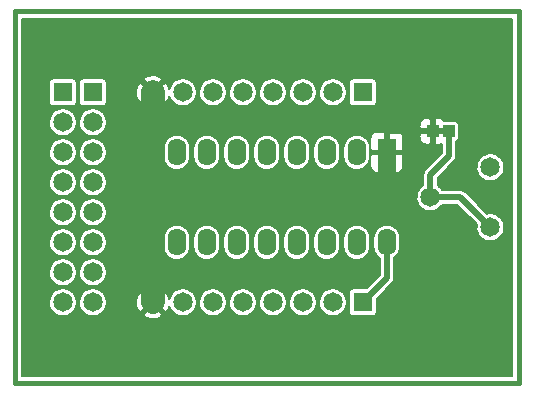
<source format=gbl>
G04 (created by PCBNEW (2013-02-09 BZR 3938)-testing) date Sun 10 Feb 2013 01:21:16 PM CET*
%MOIN*%
G04 Gerber Fmt 3.4, Leading zero omitted, Abs format*
%FSLAX34Y34*%
G01*
G70*
G90*
G04 APERTURE LIST*
%ADD10C,2.3622e-06*%
%ADD11C,0.015*%
%ADD12R,0.0649606X0.0649606*%
%ADD13C,0.0649606*%
%ADD14R,0.04X0.04*%
%ADD15R,0.062X0.09*%
%ADD16O,0.062X0.09*%
%ADD17C,0.02*%
%ADD18C,0.08*%
%ADD19C,0.06*%
%ADD20C,0.008*%
G04 APERTURE END LIST*
G54D10*
G54D11*
X58500Y-29800D02*
X41700Y-29800D01*
X41700Y-17400D02*
X58500Y-17400D01*
X58500Y-29800D02*
X58500Y-17400D01*
X41700Y-17400D02*
X41700Y-29800D01*
G54D12*
X44300Y-20100D03*
G54D13*
X44300Y-21100D03*
X44300Y-22100D03*
X44300Y-23100D03*
X44300Y-24100D03*
X44300Y-25100D03*
X44300Y-26100D03*
X44300Y-27100D03*
G54D12*
X43300Y-20100D03*
G54D13*
X43300Y-21100D03*
X43300Y-22100D03*
X43300Y-23100D03*
X43300Y-24100D03*
X43300Y-25100D03*
X43300Y-26100D03*
X43300Y-27100D03*
G54D12*
X53300Y-20100D03*
G54D13*
X52300Y-20100D03*
X51300Y-20100D03*
X50300Y-20100D03*
X49300Y-20100D03*
X48300Y-20100D03*
X47300Y-20100D03*
X46300Y-20100D03*
G54D12*
X53300Y-27100D03*
G54D13*
X52300Y-27100D03*
X51300Y-27100D03*
X50300Y-27100D03*
X49300Y-27100D03*
X48300Y-27100D03*
X47300Y-27100D03*
X46300Y-27100D03*
G54D14*
X55625Y-21400D03*
X56175Y-21400D03*
G54D13*
X55550Y-23600D03*
X57550Y-22600D03*
X57550Y-24600D03*
G54D15*
X54100Y-22100D03*
G54D16*
X53100Y-22100D03*
X52100Y-22100D03*
X51100Y-22100D03*
X50100Y-22100D03*
X49100Y-22100D03*
X48100Y-22100D03*
X47100Y-22100D03*
X47100Y-25100D03*
X48100Y-25100D03*
X49100Y-25100D03*
X50100Y-25100D03*
X51100Y-25100D03*
X52100Y-25100D03*
X53100Y-25100D03*
X54100Y-25100D03*
G54D17*
X55550Y-23600D02*
X56550Y-23600D01*
X56550Y-23600D02*
X57550Y-24600D01*
X55550Y-23600D02*
X55550Y-22850D01*
X56175Y-22225D02*
X56175Y-21400D01*
X55550Y-22850D02*
X56175Y-22225D01*
X56200Y-21425D02*
X56175Y-21400D01*
X55625Y-21400D02*
X56175Y-21400D01*
X55625Y-21400D02*
X54100Y-21400D01*
X54100Y-21400D02*
X54100Y-22100D01*
G54D18*
X46300Y-23600D02*
X54100Y-23600D01*
G54D19*
X54100Y-23600D02*
X54100Y-22100D01*
G54D18*
X46300Y-20100D02*
X46300Y-23600D01*
X46300Y-23600D02*
X46300Y-27100D01*
G54D17*
X54100Y-25100D02*
X54100Y-26300D01*
X54100Y-26300D02*
X53300Y-27100D01*
G54D10*
G36*
X58260Y-29560D02*
X58014Y-29560D01*
X58014Y-24554D01*
X58014Y-22554D01*
X57997Y-22465D01*
X57962Y-22380D01*
X57911Y-22304D01*
X57847Y-22240D01*
X57772Y-22189D01*
X57688Y-22153D01*
X57598Y-22135D01*
X57507Y-22134D01*
X57418Y-22151D01*
X57333Y-22186D01*
X57257Y-22236D01*
X57192Y-22299D01*
X57140Y-22374D01*
X57104Y-22458D01*
X57085Y-22547D01*
X57084Y-22639D01*
X57101Y-22728D01*
X57134Y-22813D01*
X57183Y-22890D01*
X57247Y-22955D01*
X57322Y-23007D01*
X57405Y-23044D01*
X57494Y-23063D01*
X57585Y-23065D01*
X57675Y-23049D01*
X57760Y-23016D01*
X57837Y-22968D01*
X57903Y-22905D01*
X57956Y-22830D01*
X57993Y-22747D01*
X58013Y-22658D01*
X58014Y-22554D01*
X58014Y-24554D01*
X57997Y-24465D01*
X57962Y-24380D01*
X57911Y-24304D01*
X57847Y-24240D01*
X57772Y-24189D01*
X57688Y-24153D01*
X57598Y-24135D01*
X57507Y-24134D01*
X57437Y-24148D01*
X56719Y-23430D01*
X56702Y-23416D01*
X56685Y-23401D01*
X56684Y-23401D01*
X56683Y-23400D01*
X56663Y-23390D01*
X56644Y-23379D01*
X56643Y-23379D01*
X56642Y-23378D01*
X56621Y-23371D01*
X56599Y-23365D01*
X56598Y-23365D01*
X56597Y-23364D01*
X56575Y-23362D01*
X56553Y-23360D01*
X56550Y-23360D01*
X56550Y-23360D01*
X56550Y-23360D01*
X56550Y-23360D01*
X55948Y-23360D01*
X55911Y-23304D01*
X55847Y-23240D01*
X55790Y-23201D01*
X55790Y-22949D01*
X56344Y-22394D01*
X56358Y-22377D01*
X56373Y-22360D01*
X56373Y-22359D01*
X56374Y-22358D01*
X56384Y-22338D01*
X56395Y-22319D01*
X56395Y-22318D01*
X56396Y-22317D01*
X56403Y-22296D01*
X56409Y-22274D01*
X56409Y-22273D01*
X56410Y-22272D01*
X56412Y-22250D01*
X56414Y-22228D01*
X56414Y-22225D01*
X56414Y-22225D01*
X56414Y-22225D01*
X56415Y-22225D01*
X56415Y-21734D01*
X56415Y-21734D01*
X56441Y-21724D01*
X56463Y-21709D01*
X56483Y-21689D01*
X56498Y-21666D01*
X56509Y-21641D01*
X56514Y-21614D01*
X56515Y-21587D01*
X56515Y-21186D01*
X56509Y-21159D01*
X56499Y-21133D01*
X56484Y-21111D01*
X56464Y-21091D01*
X56441Y-21076D01*
X56416Y-21065D01*
X56389Y-21060D01*
X56362Y-21059D01*
X56020Y-21059D01*
X56010Y-21046D01*
X55977Y-21013D01*
X55938Y-20987D01*
X55894Y-20969D01*
X55848Y-20959D01*
X55745Y-20960D01*
X55685Y-21020D01*
X55685Y-21340D01*
X55692Y-21340D01*
X55692Y-21460D01*
X55685Y-21460D01*
X55685Y-21780D01*
X55745Y-21840D01*
X55848Y-21840D01*
X55894Y-21830D01*
X55935Y-21814D01*
X55935Y-22125D01*
X55565Y-22495D01*
X55565Y-21780D01*
X55565Y-21460D01*
X55565Y-21340D01*
X55565Y-21020D01*
X55505Y-20960D01*
X55401Y-20959D01*
X55355Y-20969D01*
X55311Y-20987D01*
X55272Y-21013D01*
X55239Y-21046D01*
X55212Y-21085D01*
X55194Y-21128D01*
X55185Y-21174D01*
X55184Y-21221D01*
X55185Y-21280D01*
X55245Y-21340D01*
X55565Y-21340D01*
X55565Y-21460D01*
X55245Y-21460D01*
X55185Y-21520D01*
X55184Y-21578D01*
X55185Y-21625D01*
X55194Y-21671D01*
X55212Y-21714D01*
X55239Y-21753D01*
X55272Y-21786D01*
X55311Y-21812D01*
X55355Y-21830D01*
X55401Y-21840D01*
X55505Y-21840D01*
X55565Y-21780D01*
X55565Y-22495D01*
X55380Y-22680D01*
X55366Y-22697D01*
X55351Y-22714D01*
X55351Y-22715D01*
X55350Y-22716D01*
X55340Y-22736D01*
X55329Y-22755D01*
X55329Y-22756D01*
X55328Y-22757D01*
X55321Y-22778D01*
X55315Y-22800D01*
X55315Y-22801D01*
X55314Y-22802D01*
X55312Y-22824D01*
X55310Y-22846D01*
X55310Y-22849D01*
X55310Y-22849D01*
X55310Y-22849D01*
X55310Y-22850D01*
X55310Y-23201D01*
X55257Y-23236D01*
X55192Y-23299D01*
X55140Y-23374D01*
X55104Y-23458D01*
X55085Y-23547D01*
X55084Y-23639D01*
X55101Y-23728D01*
X55134Y-23813D01*
X55183Y-23890D01*
X55247Y-23955D01*
X55322Y-24007D01*
X55405Y-24044D01*
X55494Y-24063D01*
X55585Y-24065D01*
X55675Y-24049D01*
X55760Y-24016D01*
X55837Y-23968D01*
X55903Y-23905D01*
X55949Y-23840D01*
X56450Y-23840D01*
X57098Y-24488D01*
X57085Y-24547D01*
X57084Y-24639D01*
X57101Y-24728D01*
X57134Y-24813D01*
X57183Y-24890D01*
X57247Y-24955D01*
X57322Y-25007D01*
X57405Y-25044D01*
X57494Y-25063D01*
X57585Y-25065D01*
X57675Y-25049D01*
X57760Y-25016D01*
X57837Y-24968D01*
X57903Y-24905D01*
X57956Y-24830D01*
X57993Y-24747D01*
X58013Y-24658D01*
X58014Y-24554D01*
X58014Y-29560D01*
X54650Y-29560D01*
X54650Y-22528D01*
X54650Y-21671D01*
X54649Y-21624D01*
X54640Y-21578D01*
X54622Y-21535D01*
X54595Y-21496D01*
X54562Y-21463D01*
X54523Y-21437D01*
X54479Y-21419D01*
X54433Y-21409D01*
X54220Y-21410D01*
X54160Y-21470D01*
X54160Y-22040D01*
X54590Y-22040D01*
X54650Y-21980D01*
X54650Y-21671D01*
X54650Y-22528D01*
X54650Y-22220D01*
X54590Y-22160D01*
X54160Y-22160D01*
X54160Y-22730D01*
X54220Y-22790D01*
X54433Y-22790D01*
X54479Y-22780D01*
X54523Y-22762D01*
X54562Y-22736D01*
X54595Y-22703D01*
X54622Y-22664D01*
X54640Y-22621D01*
X54649Y-22575D01*
X54650Y-22528D01*
X54650Y-29560D01*
X54550Y-29560D01*
X54550Y-25242D01*
X54550Y-24957D01*
X54541Y-24869D01*
X54516Y-24785D01*
X54474Y-24708D01*
X54419Y-24640D01*
X54351Y-24584D01*
X54274Y-24542D01*
X54190Y-24516D01*
X54103Y-24507D01*
X54040Y-24512D01*
X54040Y-22730D01*
X54040Y-22160D01*
X53610Y-22160D01*
X53550Y-22220D01*
X53550Y-21980D01*
X53610Y-22040D01*
X54040Y-22040D01*
X54040Y-21470D01*
X53980Y-21410D01*
X53766Y-21409D01*
X53764Y-21410D01*
X53764Y-20412D01*
X53764Y-19761D01*
X53759Y-19734D01*
X53749Y-19709D01*
X53733Y-19686D01*
X53714Y-19666D01*
X53691Y-19651D01*
X53666Y-19640D01*
X53639Y-19635D01*
X53612Y-19635D01*
X52961Y-19635D01*
X52934Y-19640D01*
X52909Y-19650D01*
X52886Y-19666D01*
X52866Y-19685D01*
X52851Y-19708D01*
X52840Y-19733D01*
X52835Y-19760D01*
X52835Y-19787D01*
X52835Y-20438D01*
X52840Y-20465D01*
X52850Y-20490D01*
X52866Y-20513D01*
X52885Y-20533D01*
X52908Y-20548D01*
X52933Y-20559D01*
X52960Y-20564D01*
X52987Y-20564D01*
X53638Y-20564D01*
X53665Y-20559D01*
X53690Y-20549D01*
X53713Y-20533D01*
X53733Y-20514D01*
X53748Y-20491D01*
X53759Y-20466D01*
X53764Y-20439D01*
X53764Y-20412D01*
X53764Y-21410D01*
X53720Y-21419D01*
X53676Y-21437D01*
X53637Y-21463D01*
X53604Y-21496D01*
X53577Y-21535D01*
X53559Y-21578D01*
X53550Y-21624D01*
X53549Y-21671D01*
X53549Y-21957D01*
X53541Y-21869D01*
X53516Y-21785D01*
X53474Y-21708D01*
X53419Y-21640D01*
X53351Y-21584D01*
X53274Y-21542D01*
X53190Y-21516D01*
X53103Y-21507D01*
X53015Y-21515D01*
X52931Y-21539D01*
X52853Y-21580D01*
X52785Y-21635D01*
X52764Y-21659D01*
X52764Y-20054D01*
X52747Y-19965D01*
X52712Y-19880D01*
X52661Y-19804D01*
X52597Y-19740D01*
X52522Y-19689D01*
X52438Y-19653D01*
X52348Y-19635D01*
X52257Y-19634D01*
X52168Y-19651D01*
X52083Y-19686D01*
X52007Y-19736D01*
X51942Y-19799D01*
X51890Y-19874D01*
X51854Y-19958D01*
X51835Y-20047D01*
X51834Y-20139D01*
X51851Y-20228D01*
X51884Y-20313D01*
X51933Y-20390D01*
X51997Y-20455D01*
X52072Y-20507D01*
X52155Y-20544D01*
X52244Y-20563D01*
X52335Y-20565D01*
X52425Y-20549D01*
X52510Y-20516D01*
X52587Y-20468D01*
X52653Y-20405D01*
X52706Y-20330D01*
X52743Y-20247D01*
X52763Y-20158D01*
X52764Y-20054D01*
X52764Y-21659D01*
X52728Y-21702D01*
X52686Y-21779D01*
X52659Y-21863D01*
X52650Y-21950D01*
X52650Y-21957D01*
X52650Y-22242D01*
X52658Y-22330D01*
X52683Y-22414D01*
X52725Y-22491D01*
X52780Y-22559D01*
X52848Y-22615D01*
X52925Y-22657D01*
X53009Y-22683D01*
X53096Y-22692D01*
X53184Y-22684D01*
X53268Y-22660D01*
X53346Y-22619D01*
X53414Y-22564D01*
X53471Y-22497D01*
X53513Y-22420D01*
X53540Y-22336D01*
X53549Y-22249D01*
X53549Y-22244D01*
X53549Y-22528D01*
X53550Y-22575D01*
X53559Y-22621D01*
X53577Y-22664D01*
X53604Y-22703D01*
X53637Y-22736D01*
X53676Y-22762D01*
X53720Y-22780D01*
X53766Y-22790D01*
X53980Y-22790D01*
X54040Y-22730D01*
X54040Y-24512D01*
X54015Y-24515D01*
X53931Y-24539D01*
X53853Y-24580D01*
X53785Y-24635D01*
X53728Y-24702D01*
X53686Y-24779D01*
X53659Y-24863D01*
X53650Y-24950D01*
X53650Y-24957D01*
X53650Y-25242D01*
X53658Y-25330D01*
X53683Y-25414D01*
X53725Y-25491D01*
X53780Y-25559D01*
X53848Y-25615D01*
X53860Y-25622D01*
X53860Y-26200D01*
X53550Y-26510D01*
X53550Y-25242D01*
X53550Y-24957D01*
X53541Y-24869D01*
X53516Y-24785D01*
X53474Y-24708D01*
X53419Y-24640D01*
X53351Y-24584D01*
X53274Y-24542D01*
X53190Y-24516D01*
X53103Y-24507D01*
X53015Y-24515D01*
X52931Y-24539D01*
X52853Y-24580D01*
X52785Y-24635D01*
X52728Y-24702D01*
X52686Y-24779D01*
X52659Y-24863D01*
X52650Y-24950D01*
X52650Y-24957D01*
X52650Y-25242D01*
X52658Y-25330D01*
X52683Y-25414D01*
X52725Y-25491D01*
X52780Y-25559D01*
X52848Y-25615D01*
X52925Y-25657D01*
X53009Y-25683D01*
X53096Y-25692D01*
X53184Y-25684D01*
X53268Y-25660D01*
X53346Y-25619D01*
X53414Y-25564D01*
X53471Y-25497D01*
X53513Y-25420D01*
X53540Y-25336D01*
X53549Y-25249D01*
X53550Y-25242D01*
X53550Y-26510D01*
X53425Y-26635D01*
X52961Y-26635D01*
X52934Y-26640D01*
X52909Y-26650D01*
X52886Y-26666D01*
X52866Y-26685D01*
X52851Y-26708D01*
X52840Y-26733D01*
X52835Y-26760D01*
X52835Y-26787D01*
X52835Y-27438D01*
X52840Y-27465D01*
X52850Y-27490D01*
X52866Y-27513D01*
X52885Y-27533D01*
X52908Y-27548D01*
X52933Y-27559D01*
X52960Y-27564D01*
X52987Y-27564D01*
X53638Y-27564D01*
X53665Y-27559D01*
X53690Y-27549D01*
X53713Y-27533D01*
X53733Y-27514D01*
X53748Y-27491D01*
X53759Y-27466D01*
X53764Y-27439D01*
X53764Y-27412D01*
X53764Y-26974D01*
X54269Y-26469D01*
X54283Y-26452D01*
X54298Y-26435D01*
X54298Y-26434D01*
X54299Y-26433D01*
X54309Y-26413D01*
X54320Y-26394D01*
X54320Y-26393D01*
X54321Y-26392D01*
X54328Y-26371D01*
X54334Y-26349D01*
X54334Y-26348D01*
X54335Y-26347D01*
X54337Y-26325D01*
X54339Y-26303D01*
X54339Y-26300D01*
X54339Y-26300D01*
X54339Y-26300D01*
X54340Y-26300D01*
X54340Y-25622D01*
X54346Y-25619D01*
X54414Y-25564D01*
X54471Y-25497D01*
X54513Y-25420D01*
X54540Y-25336D01*
X54549Y-25249D01*
X54550Y-25242D01*
X54550Y-29560D01*
X52764Y-29560D01*
X52764Y-27054D01*
X52747Y-26965D01*
X52712Y-26880D01*
X52661Y-26804D01*
X52597Y-26740D01*
X52550Y-26707D01*
X52550Y-25242D01*
X52550Y-24957D01*
X52550Y-22242D01*
X52550Y-21957D01*
X52541Y-21869D01*
X52516Y-21785D01*
X52474Y-21708D01*
X52419Y-21640D01*
X52351Y-21584D01*
X52274Y-21542D01*
X52190Y-21516D01*
X52103Y-21507D01*
X52015Y-21515D01*
X51931Y-21539D01*
X51853Y-21580D01*
X51785Y-21635D01*
X51764Y-21659D01*
X51764Y-20054D01*
X51747Y-19965D01*
X51712Y-19880D01*
X51661Y-19804D01*
X51597Y-19740D01*
X51522Y-19689D01*
X51438Y-19653D01*
X51348Y-19635D01*
X51257Y-19634D01*
X51168Y-19651D01*
X51083Y-19686D01*
X51007Y-19736D01*
X50942Y-19799D01*
X50890Y-19874D01*
X50854Y-19958D01*
X50835Y-20047D01*
X50834Y-20139D01*
X50851Y-20228D01*
X50884Y-20313D01*
X50933Y-20390D01*
X50997Y-20455D01*
X51072Y-20507D01*
X51155Y-20544D01*
X51244Y-20563D01*
X51335Y-20565D01*
X51425Y-20549D01*
X51510Y-20516D01*
X51587Y-20468D01*
X51653Y-20405D01*
X51706Y-20330D01*
X51743Y-20247D01*
X51763Y-20158D01*
X51764Y-20054D01*
X51764Y-21659D01*
X51728Y-21702D01*
X51686Y-21779D01*
X51659Y-21863D01*
X51650Y-21950D01*
X51650Y-21957D01*
X51650Y-22242D01*
X51658Y-22330D01*
X51683Y-22414D01*
X51725Y-22491D01*
X51780Y-22559D01*
X51848Y-22615D01*
X51925Y-22657D01*
X52009Y-22683D01*
X52096Y-22692D01*
X52184Y-22684D01*
X52268Y-22660D01*
X52346Y-22619D01*
X52414Y-22564D01*
X52471Y-22497D01*
X52513Y-22420D01*
X52540Y-22336D01*
X52549Y-22249D01*
X52550Y-22242D01*
X52550Y-24957D01*
X52541Y-24869D01*
X52516Y-24785D01*
X52474Y-24708D01*
X52419Y-24640D01*
X52351Y-24584D01*
X52274Y-24542D01*
X52190Y-24516D01*
X52103Y-24507D01*
X52015Y-24515D01*
X51931Y-24539D01*
X51853Y-24580D01*
X51785Y-24635D01*
X51728Y-24702D01*
X51686Y-24779D01*
X51659Y-24863D01*
X51650Y-24950D01*
X51650Y-24957D01*
X51650Y-25242D01*
X51658Y-25330D01*
X51683Y-25414D01*
X51725Y-25491D01*
X51780Y-25559D01*
X51848Y-25615D01*
X51925Y-25657D01*
X52009Y-25683D01*
X52096Y-25692D01*
X52184Y-25684D01*
X52268Y-25660D01*
X52346Y-25619D01*
X52414Y-25564D01*
X52471Y-25497D01*
X52513Y-25420D01*
X52540Y-25336D01*
X52549Y-25249D01*
X52550Y-25242D01*
X52550Y-26707D01*
X52522Y-26689D01*
X52438Y-26653D01*
X52348Y-26635D01*
X52257Y-26634D01*
X52168Y-26651D01*
X52083Y-26686D01*
X52007Y-26736D01*
X51942Y-26799D01*
X51890Y-26874D01*
X51854Y-26958D01*
X51835Y-27047D01*
X51834Y-27139D01*
X51851Y-27228D01*
X51884Y-27313D01*
X51933Y-27390D01*
X51997Y-27455D01*
X52072Y-27507D01*
X52155Y-27544D01*
X52244Y-27563D01*
X52335Y-27565D01*
X52425Y-27549D01*
X52510Y-27516D01*
X52587Y-27468D01*
X52653Y-27405D01*
X52706Y-27330D01*
X52743Y-27247D01*
X52763Y-27158D01*
X52764Y-27054D01*
X52764Y-29560D01*
X51764Y-29560D01*
X51764Y-27054D01*
X51747Y-26965D01*
X51712Y-26880D01*
X51661Y-26804D01*
X51597Y-26740D01*
X51550Y-26707D01*
X51550Y-25242D01*
X51550Y-24957D01*
X51550Y-22242D01*
X51550Y-21957D01*
X51541Y-21869D01*
X51516Y-21785D01*
X51474Y-21708D01*
X51419Y-21640D01*
X51351Y-21584D01*
X51274Y-21542D01*
X51190Y-21516D01*
X51103Y-21507D01*
X51015Y-21515D01*
X50931Y-21539D01*
X50853Y-21580D01*
X50785Y-21635D01*
X50764Y-21659D01*
X50764Y-20054D01*
X50747Y-19965D01*
X50712Y-19880D01*
X50661Y-19804D01*
X50597Y-19740D01*
X50522Y-19689D01*
X50438Y-19653D01*
X50348Y-19635D01*
X50257Y-19634D01*
X50168Y-19651D01*
X50083Y-19686D01*
X50007Y-19736D01*
X49942Y-19799D01*
X49890Y-19874D01*
X49854Y-19958D01*
X49835Y-20047D01*
X49834Y-20139D01*
X49851Y-20228D01*
X49884Y-20313D01*
X49933Y-20390D01*
X49997Y-20455D01*
X50072Y-20507D01*
X50155Y-20544D01*
X50244Y-20563D01*
X50335Y-20565D01*
X50425Y-20549D01*
X50510Y-20516D01*
X50587Y-20468D01*
X50653Y-20405D01*
X50706Y-20330D01*
X50743Y-20247D01*
X50763Y-20158D01*
X50764Y-20054D01*
X50764Y-21659D01*
X50728Y-21702D01*
X50686Y-21779D01*
X50659Y-21863D01*
X50650Y-21950D01*
X50650Y-21957D01*
X50650Y-22242D01*
X50658Y-22330D01*
X50683Y-22414D01*
X50725Y-22491D01*
X50780Y-22559D01*
X50848Y-22615D01*
X50925Y-22657D01*
X51009Y-22683D01*
X51096Y-22692D01*
X51184Y-22684D01*
X51268Y-22660D01*
X51346Y-22619D01*
X51414Y-22564D01*
X51471Y-22497D01*
X51513Y-22420D01*
X51540Y-22336D01*
X51549Y-22249D01*
X51550Y-22242D01*
X51550Y-24957D01*
X51541Y-24869D01*
X51516Y-24785D01*
X51474Y-24708D01*
X51419Y-24640D01*
X51351Y-24584D01*
X51274Y-24542D01*
X51190Y-24516D01*
X51103Y-24507D01*
X51015Y-24515D01*
X50931Y-24539D01*
X50853Y-24580D01*
X50785Y-24635D01*
X50728Y-24702D01*
X50686Y-24779D01*
X50659Y-24863D01*
X50650Y-24950D01*
X50650Y-24957D01*
X50650Y-25242D01*
X50658Y-25330D01*
X50683Y-25414D01*
X50725Y-25491D01*
X50780Y-25559D01*
X50848Y-25615D01*
X50925Y-25657D01*
X51009Y-25683D01*
X51096Y-25692D01*
X51184Y-25684D01*
X51268Y-25660D01*
X51346Y-25619D01*
X51414Y-25564D01*
X51471Y-25497D01*
X51513Y-25420D01*
X51540Y-25336D01*
X51549Y-25249D01*
X51550Y-25242D01*
X51550Y-26707D01*
X51522Y-26689D01*
X51438Y-26653D01*
X51348Y-26635D01*
X51257Y-26634D01*
X51168Y-26651D01*
X51083Y-26686D01*
X51007Y-26736D01*
X50942Y-26799D01*
X50890Y-26874D01*
X50854Y-26958D01*
X50835Y-27047D01*
X50834Y-27139D01*
X50851Y-27228D01*
X50884Y-27313D01*
X50933Y-27390D01*
X50997Y-27455D01*
X51072Y-27507D01*
X51155Y-27544D01*
X51244Y-27563D01*
X51335Y-27565D01*
X51425Y-27549D01*
X51510Y-27516D01*
X51587Y-27468D01*
X51653Y-27405D01*
X51706Y-27330D01*
X51743Y-27247D01*
X51763Y-27158D01*
X51764Y-27054D01*
X51764Y-29560D01*
X50764Y-29560D01*
X50764Y-27054D01*
X50747Y-26965D01*
X50712Y-26880D01*
X50661Y-26804D01*
X50597Y-26740D01*
X50550Y-26707D01*
X50550Y-25242D01*
X50550Y-24957D01*
X50550Y-22242D01*
X50550Y-21957D01*
X50541Y-21869D01*
X50516Y-21785D01*
X50474Y-21708D01*
X50419Y-21640D01*
X50351Y-21584D01*
X50274Y-21542D01*
X50190Y-21516D01*
X50103Y-21507D01*
X50015Y-21515D01*
X49931Y-21539D01*
X49853Y-21580D01*
X49785Y-21635D01*
X49764Y-21659D01*
X49764Y-20054D01*
X49747Y-19965D01*
X49712Y-19880D01*
X49661Y-19804D01*
X49597Y-19740D01*
X49522Y-19689D01*
X49438Y-19653D01*
X49348Y-19635D01*
X49257Y-19634D01*
X49168Y-19651D01*
X49083Y-19686D01*
X49007Y-19736D01*
X48942Y-19799D01*
X48890Y-19874D01*
X48854Y-19958D01*
X48835Y-20047D01*
X48834Y-20139D01*
X48851Y-20228D01*
X48884Y-20313D01*
X48933Y-20390D01*
X48997Y-20455D01*
X49072Y-20507D01*
X49155Y-20544D01*
X49244Y-20563D01*
X49335Y-20565D01*
X49425Y-20549D01*
X49510Y-20516D01*
X49587Y-20468D01*
X49653Y-20405D01*
X49706Y-20330D01*
X49743Y-20247D01*
X49763Y-20158D01*
X49764Y-20054D01*
X49764Y-21659D01*
X49728Y-21702D01*
X49686Y-21779D01*
X49659Y-21863D01*
X49650Y-21950D01*
X49650Y-21957D01*
X49650Y-22242D01*
X49658Y-22330D01*
X49683Y-22414D01*
X49725Y-22491D01*
X49780Y-22559D01*
X49848Y-22615D01*
X49925Y-22657D01*
X50009Y-22683D01*
X50096Y-22692D01*
X50184Y-22684D01*
X50268Y-22660D01*
X50346Y-22619D01*
X50414Y-22564D01*
X50471Y-22497D01*
X50513Y-22420D01*
X50540Y-22336D01*
X50549Y-22249D01*
X50550Y-22242D01*
X50550Y-24957D01*
X50541Y-24869D01*
X50516Y-24785D01*
X50474Y-24708D01*
X50419Y-24640D01*
X50351Y-24584D01*
X50274Y-24542D01*
X50190Y-24516D01*
X50103Y-24507D01*
X50015Y-24515D01*
X49931Y-24539D01*
X49853Y-24580D01*
X49785Y-24635D01*
X49728Y-24702D01*
X49686Y-24779D01*
X49659Y-24863D01*
X49650Y-24950D01*
X49650Y-24957D01*
X49650Y-25242D01*
X49658Y-25330D01*
X49683Y-25414D01*
X49725Y-25491D01*
X49780Y-25559D01*
X49848Y-25615D01*
X49925Y-25657D01*
X50009Y-25683D01*
X50096Y-25692D01*
X50184Y-25684D01*
X50268Y-25660D01*
X50346Y-25619D01*
X50414Y-25564D01*
X50471Y-25497D01*
X50513Y-25420D01*
X50540Y-25336D01*
X50549Y-25249D01*
X50550Y-25242D01*
X50550Y-26707D01*
X50522Y-26689D01*
X50438Y-26653D01*
X50348Y-26635D01*
X50257Y-26634D01*
X50168Y-26651D01*
X50083Y-26686D01*
X50007Y-26736D01*
X49942Y-26799D01*
X49890Y-26874D01*
X49854Y-26958D01*
X49835Y-27047D01*
X49834Y-27139D01*
X49851Y-27228D01*
X49884Y-27313D01*
X49933Y-27390D01*
X49997Y-27455D01*
X50072Y-27507D01*
X50155Y-27544D01*
X50244Y-27563D01*
X50335Y-27565D01*
X50425Y-27549D01*
X50510Y-27516D01*
X50587Y-27468D01*
X50653Y-27405D01*
X50706Y-27330D01*
X50743Y-27247D01*
X50763Y-27158D01*
X50764Y-27054D01*
X50764Y-29560D01*
X49764Y-29560D01*
X49764Y-27054D01*
X49747Y-26965D01*
X49712Y-26880D01*
X49661Y-26804D01*
X49597Y-26740D01*
X49550Y-26707D01*
X49550Y-25242D01*
X49550Y-24957D01*
X49550Y-22242D01*
X49550Y-21957D01*
X49541Y-21869D01*
X49516Y-21785D01*
X49474Y-21708D01*
X49419Y-21640D01*
X49351Y-21584D01*
X49274Y-21542D01*
X49190Y-21516D01*
X49103Y-21507D01*
X49015Y-21515D01*
X48931Y-21539D01*
X48853Y-21580D01*
X48785Y-21635D01*
X48764Y-21659D01*
X48764Y-20054D01*
X48747Y-19965D01*
X48712Y-19880D01*
X48661Y-19804D01*
X48597Y-19740D01*
X48522Y-19689D01*
X48438Y-19653D01*
X48348Y-19635D01*
X48257Y-19634D01*
X48168Y-19651D01*
X48083Y-19686D01*
X48007Y-19736D01*
X47942Y-19799D01*
X47890Y-19874D01*
X47854Y-19958D01*
X47835Y-20047D01*
X47834Y-20139D01*
X47851Y-20228D01*
X47884Y-20313D01*
X47933Y-20390D01*
X47997Y-20455D01*
X48072Y-20507D01*
X48155Y-20544D01*
X48244Y-20563D01*
X48335Y-20565D01*
X48425Y-20549D01*
X48510Y-20516D01*
X48587Y-20468D01*
X48653Y-20405D01*
X48706Y-20330D01*
X48743Y-20247D01*
X48763Y-20158D01*
X48764Y-20054D01*
X48764Y-21659D01*
X48728Y-21702D01*
X48686Y-21779D01*
X48659Y-21863D01*
X48650Y-21950D01*
X48650Y-21957D01*
X48650Y-22242D01*
X48658Y-22330D01*
X48683Y-22414D01*
X48725Y-22491D01*
X48780Y-22559D01*
X48848Y-22615D01*
X48925Y-22657D01*
X49009Y-22683D01*
X49096Y-22692D01*
X49184Y-22684D01*
X49268Y-22660D01*
X49346Y-22619D01*
X49414Y-22564D01*
X49471Y-22497D01*
X49513Y-22420D01*
X49540Y-22336D01*
X49549Y-22249D01*
X49550Y-22242D01*
X49550Y-24957D01*
X49541Y-24869D01*
X49516Y-24785D01*
X49474Y-24708D01*
X49419Y-24640D01*
X49351Y-24584D01*
X49274Y-24542D01*
X49190Y-24516D01*
X49103Y-24507D01*
X49015Y-24515D01*
X48931Y-24539D01*
X48853Y-24580D01*
X48785Y-24635D01*
X48728Y-24702D01*
X48686Y-24779D01*
X48659Y-24863D01*
X48650Y-24950D01*
X48650Y-24957D01*
X48650Y-25242D01*
X48658Y-25330D01*
X48683Y-25414D01*
X48725Y-25491D01*
X48780Y-25559D01*
X48848Y-25615D01*
X48925Y-25657D01*
X49009Y-25683D01*
X49096Y-25692D01*
X49184Y-25684D01*
X49268Y-25660D01*
X49346Y-25619D01*
X49414Y-25564D01*
X49471Y-25497D01*
X49513Y-25420D01*
X49540Y-25336D01*
X49549Y-25249D01*
X49550Y-25242D01*
X49550Y-26707D01*
X49522Y-26689D01*
X49438Y-26653D01*
X49348Y-26635D01*
X49257Y-26634D01*
X49168Y-26651D01*
X49083Y-26686D01*
X49007Y-26736D01*
X48942Y-26799D01*
X48890Y-26874D01*
X48854Y-26958D01*
X48835Y-27047D01*
X48834Y-27139D01*
X48851Y-27228D01*
X48884Y-27313D01*
X48933Y-27390D01*
X48997Y-27455D01*
X49072Y-27507D01*
X49155Y-27544D01*
X49244Y-27563D01*
X49335Y-27565D01*
X49425Y-27549D01*
X49510Y-27516D01*
X49587Y-27468D01*
X49653Y-27405D01*
X49706Y-27330D01*
X49743Y-27247D01*
X49763Y-27158D01*
X49764Y-27054D01*
X49764Y-29560D01*
X48764Y-29560D01*
X48764Y-27054D01*
X48747Y-26965D01*
X48712Y-26880D01*
X48661Y-26804D01*
X48597Y-26740D01*
X48550Y-26707D01*
X48550Y-25242D01*
X48550Y-24957D01*
X48550Y-22242D01*
X48550Y-21957D01*
X48541Y-21869D01*
X48516Y-21785D01*
X48474Y-21708D01*
X48419Y-21640D01*
X48351Y-21584D01*
X48274Y-21542D01*
X48190Y-21516D01*
X48103Y-21507D01*
X48015Y-21515D01*
X47931Y-21539D01*
X47853Y-21580D01*
X47785Y-21635D01*
X47764Y-21659D01*
X47764Y-20054D01*
X47747Y-19965D01*
X47712Y-19880D01*
X47661Y-19804D01*
X47597Y-19740D01*
X47522Y-19689D01*
X47438Y-19653D01*
X47348Y-19635D01*
X47257Y-19634D01*
X47168Y-19651D01*
X47083Y-19686D01*
X47007Y-19736D01*
X46942Y-19799D01*
X46890Y-19874D01*
X46854Y-19958D01*
X46851Y-19973D01*
X46848Y-19954D01*
X46809Y-19850D01*
X46791Y-19816D01*
X46698Y-19786D01*
X46613Y-19870D01*
X46613Y-19701D01*
X46583Y-19608D01*
X46482Y-19562D01*
X46374Y-19537D01*
X46263Y-19533D01*
X46154Y-19551D01*
X46050Y-19590D01*
X46016Y-19608D01*
X45986Y-19701D01*
X46300Y-20015D01*
X46613Y-19701D01*
X46613Y-19870D01*
X46384Y-20100D01*
X46698Y-20413D01*
X46791Y-20383D01*
X46837Y-20282D01*
X46850Y-20226D01*
X46851Y-20228D01*
X46884Y-20313D01*
X46933Y-20390D01*
X46997Y-20455D01*
X47072Y-20507D01*
X47155Y-20544D01*
X47244Y-20563D01*
X47335Y-20565D01*
X47425Y-20549D01*
X47510Y-20516D01*
X47587Y-20468D01*
X47653Y-20405D01*
X47706Y-20330D01*
X47743Y-20247D01*
X47763Y-20158D01*
X47764Y-20054D01*
X47764Y-21659D01*
X47728Y-21702D01*
X47686Y-21779D01*
X47659Y-21863D01*
X47650Y-21950D01*
X47650Y-21957D01*
X47650Y-22242D01*
X47658Y-22330D01*
X47683Y-22414D01*
X47725Y-22491D01*
X47780Y-22559D01*
X47848Y-22615D01*
X47925Y-22657D01*
X48009Y-22683D01*
X48096Y-22692D01*
X48184Y-22684D01*
X48268Y-22660D01*
X48346Y-22619D01*
X48414Y-22564D01*
X48471Y-22497D01*
X48513Y-22420D01*
X48540Y-22336D01*
X48549Y-22249D01*
X48550Y-22242D01*
X48550Y-24957D01*
X48541Y-24869D01*
X48516Y-24785D01*
X48474Y-24708D01*
X48419Y-24640D01*
X48351Y-24584D01*
X48274Y-24542D01*
X48190Y-24516D01*
X48103Y-24507D01*
X48015Y-24515D01*
X47931Y-24539D01*
X47853Y-24580D01*
X47785Y-24635D01*
X47728Y-24702D01*
X47686Y-24779D01*
X47659Y-24863D01*
X47650Y-24950D01*
X47650Y-24957D01*
X47650Y-25242D01*
X47658Y-25330D01*
X47683Y-25414D01*
X47725Y-25491D01*
X47780Y-25559D01*
X47848Y-25615D01*
X47925Y-25657D01*
X48009Y-25683D01*
X48096Y-25692D01*
X48184Y-25684D01*
X48268Y-25660D01*
X48346Y-25619D01*
X48414Y-25564D01*
X48471Y-25497D01*
X48513Y-25420D01*
X48540Y-25336D01*
X48549Y-25249D01*
X48550Y-25242D01*
X48550Y-26707D01*
X48522Y-26689D01*
X48438Y-26653D01*
X48348Y-26635D01*
X48257Y-26634D01*
X48168Y-26651D01*
X48083Y-26686D01*
X48007Y-26736D01*
X47942Y-26799D01*
X47890Y-26874D01*
X47854Y-26958D01*
X47835Y-27047D01*
X47834Y-27139D01*
X47851Y-27228D01*
X47884Y-27313D01*
X47933Y-27390D01*
X47997Y-27455D01*
X48072Y-27507D01*
X48155Y-27544D01*
X48244Y-27563D01*
X48335Y-27565D01*
X48425Y-27549D01*
X48510Y-27516D01*
X48587Y-27468D01*
X48653Y-27405D01*
X48706Y-27330D01*
X48743Y-27247D01*
X48763Y-27158D01*
X48764Y-27054D01*
X48764Y-29560D01*
X47764Y-29560D01*
X47764Y-27054D01*
X47747Y-26965D01*
X47712Y-26880D01*
X47661Y-26804D01*
X47597Y-26740D01*
X47550Y-26707D01*
X47550Y-25242D01*
X47550Y-24957D01*
X47550Y-22242D01*
X47550Y-21957D01*
X47541Y-21869D01*
X47516Y-21785D01*
X47474Y-21708D01*
X47419Y-21640D01*
X47351Y-21584D01*
X47274Y-21542D01*
X47190Y-21516D01*
X47103Y-21507D01*
X47015Y-21515D01*
X46931Y-21539D01*
X46853Y-21580D01*
X46785Y-21635D01*
X46728Y-21702D01*
X46686Y-21779D01*
X46659Y-21863D01*
X46650Y-21950D01*
X46650Y-21957D01*
X46650Y-22242D01*
X46658Y-22330D01*
X46683Y-22414D01*
X46725Y-22491D01*
X46780Y-22559D01*
X46848Y-22615D01*
X46925Y-22657D01*
X47009Y-22683D01*
X47096Y-22692D01*
X47184Y-22684D01*
X47268Y-22660D01*
X47346Y-22619D01*
X47414Y-22564D01*
X47471Y-22497D01*
X47513Y-22420D01*
X47540Y-22336D01*
X47549Y-22249D01*
X47550Y-22242D01*
X47550Y-24957D01*
X47541Y-24869D01*
X47516Y-24785D01*
X47474Y-24708D01*
X47419Y-24640D01*
X47351Y-24584D01*
X47274Y-24542D01*
X47190Y-24516D01*
X47103Y-24507D01*
X47015Y-24515D01*
X46931Y-24539D01*
X46853Y-24580D01*
X46785Y-24635D01*
X46728Y-24702D01*
X46686Y-24779D01*
X46659Y-24863D01*
X46650Y-24950D01*
X46650Y-24957D01*
X46650Y-25242D01*
X46658Y-25330D01*
X46683Y-25414D01*
X46725Y-25491D01*
X46780Y-25559D01*
X46848Y-25615D01*
X46925Y-25657D01*
X47009Y-25683D01*
X47096Y-25692D01*
X47184Y-25684D01*
X47268Y-25660D01*
X47346Y-25619D01*
X47414Y-25564D01*
X47471Y-25497D01*
X47513Y-25420D01*
X47540Y-25336D01*
X47549Y-25249D01*
X47550Y-25242D01*
X47550Y-26707D01*
X47522Y-26689D01*
X47438Y-26653D01*
X47348Y-26635D01*
X47257Y-26634D01*
X47168Y-26651D01*
X47083Y-26686D01*
X47007Y-26736D01*
X46942Y-26799D01*
X46890Y-26874D01*
X46854Y-26958D01*
X46851Y-26973D01*
X46848Y-26954D01*
X46809Y-26850D01*
X46791Y-26816D01*
X46698Y-26786D01*
X46613Y-26870D01*
X46613Y-26701D01*
X46613Y-20498D01*
X46300Y-20184D01*
X46215Y-20269D01*
X46215Y-20100D01*
X45901Y-19786D01*
X45808Y-19816D01*
X45762Y-19917D01*
X45737Y-20025D01*
X45733Y-20136D01*
X45751Y-20245D01*
X45790Y-20349D01*
X45808Y-20383D01*
X45901Y-20413D01*
X46215Y-20100D01*
X46215Y-20269D01*
X45986Y-20498D01*
X46016Y-20591D01*
X46117Y-20637D01*
X46225Y-20662D01*
X46336Y-20666D01*
X46445Y-20648D01*
X46549Y-20609D01*
X46583Y-20591D01*
X46613Y-20498D01*
X46613Y-26701D01*
X46583Y-26608D01*
X46482Y-26562D01*
X46374Y-26537D01*
X46263Y-26533D01*
X46154Y-26551D01*
X46050Y-26590D01*
X46016Y-26608D01*
X45986Y-26701D01*
X46300Y-27015D01*
X46613Y-26701D01*
X46613Y-26870D01*
X46384Y-27100D01*
X46698Y-27413D01*
X46791Y-27383D01*
X46837Y-27282D01*
X46850Y-27226D01*
X46851Y-27228D01*
X46884Y-27313D01*
X46933Y-27390D01*
X46997Y-27455D01*
X47072Y-27507D01*
X47155Y-27544D01*
X47244Y-27563D01*
X47335Y-27565D01*
X47425Y-27549D01*
X47510Y-27516D01*
X47587Y-27468D01*
X47653Y-27405D01*
X47706Y-27330D01*
X47743Y-27247D01*
X47763Y-27158D01*
X47764Y-27054D01*
X47764Y-29560D01*
X46613Y-29560D01*
X46613Y-27498D01*
X46300Y-27184D01*
X46215Y-27269D01*
X46215Y-27100D01*
X45901Y-26786D01*
X45808Y-26816D01*
X45762Y-26917D01*
X45737Y-27025D01*
X45733Y-27136D01*
X45751Y-27245D01*
X45790Y-27349D01*
X45808Y-27383D01*
X45901Y-27413D01*
X46215Y-27100D01*
X46215Y-27269D01*
X45986Y-27498D01*
X46016Y-27591D01*
X46117Y-27637D01*
X46225Y-27662D01*
X46336Y-27666D01*
X46445Y-27648D01*
X46549Y-27609D01*
X46583Y-27591D01*
X46613Y-27498D01*
X46613Y-29560D01*
X44764Y-29560D01*
X44764Y-20412D01*
X44764Y-19761D01*
X44759Y-19734D01*
X44749Y-19709D01*
X44733Y-19686D01*
X44714Y-19666D01*
X44691Y-19651D01*
X44666Y-19640D01*
X44639Y-19635D01*
X44612Y-19635D01*
X43961Y-19635D01*
X43934Y-19640D01*
X43909Y-19650D01*
X43886Y-19666D01*
X43866Y-19685D01*
X43851Y-19708D01*
X43840Y-19733D01*
X43835Y-19760D01*
X43835Y-19787D01*
X43835Y-20438D01*
X43840Y-20465D01*
X43850Y-20490D01*
X43866Y-20513D01*
X43885Y-20533D01*
X43908Y-20548D01*
X43933Y-20559D01*
X43960Y-20564D01*
X43987Y-20564D01*
X44638Y-20564D01*
X44665Y-20559D01*
X44690Y-20549D01*
X44713Y-20533D01*
X44733Y-20514D01*
X44748Y-20491D01*
X44759Y-20466D01*
X44764Y-20439D01*
X44764Y-20412D01*
X44764Y-29560D01*
X44764Y-29560D01*
X44764Y-27054D01*
X44764Y-26054D01*
X44764Y-25054D01*
X44764Y-24054D01*
X44764Y-23054D01*
X44764Y-22054D01*
X44764Y-21054D01*
X44747Y-20965D01*
X44712Y-20880D01*
X44661Y-20804D01*
X44597Y-20740D01*
X44522Y-20689D01*
X44438Y-20653D01*
X44348Y-20635D01*
X44257Y-20634D01*
X44168Y-20651D01*
X44083Y-20686D01*
X44007Y-20736D01*
X43942Y-20799D01*
X43890Y-20874D01*
X43854Y-20958D01*
X43835Y-21047D01*
X43834Y-21139D01*
X43851Y-21228D01*
X43884Y-21313D01*
X43933Y-21390D01*
X43997Y-21455D01*
X44072Y-21507D01*
X44155Y-21544D01*
X44244Y-21563D01*
X44335Y-21565D01*
X44425Y-21549D01*
X44510Y-21516D01*
X44587Y-21468D01*
X44653Y-21405D01*
X44706Y-21330D01*
X44743Y-21247D01*
X44763Y-21158D01*
X44764Y-21054D01*
X44764Y-22054D01*
X44747Y-21965D01*
X44712Y-21880D01*
X44661Y-21804D01*
X44597Y-21740D01*
X44522Y-21689D01*
X44438Y-21653D01*
X44348Y-21635D01*
X44257Y-21634D01*
X44168Y-21651D01*
X44083Y-21686D01*
X44007Y-21736D01*
X43942Y-21799D01*
X43890Y-21874D01*
X43854Y-21958D01*
X43835Y-22047D01*
X43834Y-22139D01*
X43851Y-22228D01*
X43884Y-22313D01*
X43933Y-22390D01*
X43997Y-22455D01*
X44072Y-22507D01*
X44155Y-22544D01*
X44244Y-22563D01*
X44335Y-22565D01*
X44425Y-22549D01*
X44510Y-22516D01*
X44587Y-22468D01*
X44653Y-22405D01*
X44706Y-22330D01*
X44743Y-22247D01*
X44763Y-22158D01*
X44764Y-22054D01*
X44764Y-23054D01*
X44747Y-22965D01*
X44712Y-22880D01*
X44661Y-22804D01*
X44597Y-22740D01*
X44522Y-22689D01*
X44438Y-22653D01*
X44348Y-22635D01*
X44257Y-22634D01*
X44168Y-22651D01*
X44083Y-22686D01*
X44007Y-22736D01*
X43942Y-22799D01*
X43890Y-22874D01*
X43854Y-22958D01*
X43835Y-23047D01*
X43834Y-23139D01*
X43851Y-23228D01*
X43884Y-23313D01*
X43933Y-23390D01*
X43997Y-23455D01*
X44072Y-23507D01*
X44155Y-23544D01*
X44244Y-23563D01*
X44335Y-23565D01*
X44425Y-23549D01*
X44510Y-23516D01*
X44587Y-23468D01*
X44653Y-23405D01*
X44706Y-23330D01*
X44743Y-23247D01*
X44763Y-23158D01*
X44764Y-23054D01*
X44764Y-24054D01*
X44747Y-23965D01*
X44712Y-23880D01*
X44661Y-23804D01*
X44597Y-23740D01*
X44522Y-23689D01*
X44438Y-23653D01*
X44348Y-23635D01*
X44257Y-23634D01*
X44168Y-23651D01*
X44083Y-23686D01*
X44007Y-23736D01*
X43942Y-23799D01*
X43890Y-23874D01*
X43854Y-23958D01*
X43835Y-24047D01*
X43834Y-24139D01*
X43851Y-24228D01*
X43884Y-24313D01*
X43933Y-24390D01*
X43997Y-24455D01*
X44072Y-24507D01*
X44155Y-24544D01*
X44244Y-24563D01*
X44335Y-24565D01*
X44425Y-24549D01*
X44510Y-24516D01*
X44587Y-24468D01*
X44653Y-24405D01*
X44706Y-24330D01*
X44743Y-24247D01*
X44763Y-24158D01*
X44764Y-24054D01*
X44764Y-25054D01*
X44747Y-24965D01*
X44712Y-24880D01*
X44661Y-24804D01*
X44597Y-24740D01*
X44522Y-24689D01*
X44438Y-24653D01*
X44348Y-24635D01*
X44257Y-24634D01*
X44168Y-24651D01*
X44083Y-24686D01*
X44007Y-24736D01*
X43942Y-24799D01*
X43890Y-24874D01*
X43854Y-24958D01*
X43835Y-25047D01*
X43834Y-25139D01*
X43851Y-25228D01*
X43884Y-25313D01*
X43933Y-25390D01*
X43997Y-25455D01*
X44072Y-25507D01*
X44155Y-25544D01*
X44244Y-25563D01*
X44335Y-25565D01*
X44425Y-25549D01*
X44510Y-25516D01*
X44587Y-25468D01*
X44653Y-25405D01*
X44706Y-25330D01*
X44743Y-25247D01*
X44763Y-25158D01*
X44764Y-25054D01*
X44764Y-26054D01*
X44747Y-25965D01*
X44712Y-25880D01*
X44661Y-25804D01*
X44597Y-25740D01*
X44522Y-25689D01*
X44438Y-25653D01*
X44348Y-25635D01*
X44257Y-25634D01*
X44168Y-25651D01*
X44083Y-25686D01*
X44007Y-25736D01*
X43942Y-25799D01*
X43890Y-25874D01*
X43854Y-25958D01*
X43835Y-26047D01*
X43834Y-26139D01*
X43851Y-26228D01*
X43884Y-26313D01*
X43933Y-26390D01*
X43997Y-26455D01*
X44072Y-26507D01*
X44155Y-26544D01*
X44244Y-26563D01*
X44335Y-26565D01*
X44425Y-26549D01*
X44510Y-26516D01*
X44587Y-26468D01*
X44653Y-26405D01*
X44706Y-26330D01*
X44743Y-26247D01*
X44763Y-26158D01*
X44764Y-26054D01*
X44764Y-27054D01*
X44747Y-26965D01*
X44712Y-26880D01*
X44661Y-26804D01*
X44597Y-26740D01*
X44522Y-26689D01*
X44438Y-26653D01*
X44348Y-26635D01*
X44257Y-26634D01*
X44168Y-26651D01*
X44083Y-26686D01*
X44007Y-26736D01*
X43942Y-26799D01*
X43890Y-26874D01*
X43854Y-26958D01*
X43835Y-27047D01*
X43834Y-27139D01*
X43851Y-27228D01*
X43884Y-27313D01*
X43933Y-27390D01*
X43997Y-27455D01*
X44072Y-27507D01*
X44155Y-27544D01*
X44244Y-27563D01*
X44335Y-27565D01*
X44425Y-27549D01*
X44510Y-27516D01*
X44587Y-27468D01*
X44653Y-27405D01*
X44706Y-27330D01*
X44743Y-27247D01*
X44763Y-27158D01*
X44764Y-27054D01*
X44764Y-29560D01*
X43764Y-29560D01*
X43764Y-20412D01*
X43764Y-19761D01*
X43759Y-19734D01*
X43749Y-19709D01*
X43733Y-19686D01*
X43714Y-19666D01*
X43691Y-19651D01*
X43666Y-19640D01*
X43639Y-19635D01*
X43612Y-19635D01*
X42961Y-19635D01*
X42934Y-19640D01*
X42909Y-19650D01*
X42886Y-19666D01*
X42866Y-19685D01*
X42851Y-19708D01*
X42840Y-19733D01*
X42835Y-19760D01*
X42835Y-19787D01*
X42835Y-20438D01*
X42840Y-20465D01*
X42850Y-20490D01*
X42866Y-20513D01*
X42885Y-20533D01*
X42908Y-20548D01*
X42933Y-20559D01*
X42960Y-20564D01*
X42987Y-20564D01*
X43638Y-20564D01*
X43665Y-20559D01*
X43690Y-20549D01*
X43713Y-20533D01*
X43733Y-20514D01*
X43748Y-20491D01*
X43759Y-20466D01*
X43764Y-20439D01*
X43764Y-20412D01*
X43764Y-29560D01*
X43764Y-29560D01*
X43764Y-27054D01*
X43764Y-26054D01*
X43764Y-25054D01*
X43764Y-24054D01*
X43764Y-23054D01*
X43764Y-22054D01*
X43764Y-21054D01*
X43747Y-20965D01*
X43712Y-20880D01*
X43661Y-20804D01*
X43597Y-20740D01*
X43522Y-20689D01*
X43438Y-20653D01*
X43348Y-20635D01*
X43257Y-20634D01*
X43168Y-20651D01*
X43083Y-20686D01*
X43007Y-20736D01*
X42942Y-20799D01*
X42890Y-20874D01*
X42854Y-20958D01*
X42835Y-21047D01*
X42834Y-21139D01*
X42851Y-21228D01*
X42884Y-21313D01*
X42933Y-21390D01*
X42997Y-21455D01*
X43072Y-21507D01*
X43155Y-21544D01*
X43244Y-21563D01*
X43335Y-21565D01*
X43425Y-21549D01*
X43510Y-21516D01*
X43587Y-21468D01*
X43653Y-21405D01*
X43706Y-21330D01*
X43743Y-21247D01*
X43763Y-21158D01*
X43764Y-21054D01*
X43764Y-22054D01*
X43747Y-21965D01*
X43712Y-21880D01*
X43661Y-21804D01*
X43597Y-21740D01*
X43522Y-21689D01*
X43438Y-21653D01*
X43348Y-21635D01*
X43257Y-21634D01*
X43168Y-21651D01*
X43083Y-21686D01*
X43007Y-21736D01*
X42942Y-21799D01*
X42890Y-21874D01*
X42854Y-21958D01*
X42835Y-22047D01*
X42834Y-22139D01*
X42851Y-22228D01*
X42884Y-22313D01*
X42933Y-22390D01*
X42997Y-22455D01*
X43072Y-22507D01*
X43155Y-22544D01*
X43244Y-22563D01*
X43335Y-22565D01*
X43425Y-22549D01*
X43510Y-22516D01*
X43587Y-22468D01*
X43653Y-22405D01*
X43706Y-22330D01*
X43743Y-22247D01*
X43763Y-22158D01*
X43764Y-22054D01*
X43764Y-23054D01*
X43747Y-22965D01*
X43712Y-22880D01*
X43661Y-22804D01*
X43597Y-22740D01*
X43522Y-22689D01*
X43438Y-22653D01*
X43348Y-22635D01*
X43257Y-22634D01*
X43168Y-22651D01*
X43083Y-22686D01*
X43007Y-22736D01*
X42942Y-22799D01*
X42890Y-22874D01*
X42854Y-22958D01*
X42835Y-23047D01*
X42834Y-23139D01*
X42851Y-23228D01*
X42884Y-23313D01*
X42933Y-23390D01*
X42997Y-23455D01*
X43072Y-23507D01*
X43155Y-23544D01*
X43244Y-23563D01*
X43335Y-23565D01*
X43425Y-23549D01*
X43510Y-23516D01*
X43587Y-23468D01*
X43653Y-23405D01*
X43706Y-23330D01*
X43743Y-23247D01*
X43763Y-23158D01*
X43764Y-23054D01*
X43764Y-24054D01*
X43747Y-23965D01*
X43712Y-23880D01*
X43661Y-23804D01*
X43597Y-23740D01*
X43522Y-23689D01*
X43438Y-23653D01*
X43348Y-23635D01*
X43257Y-23634D01*
X43168Y-23651D01*
X43083Y-23686D01*
X43007Y-23736D01*
X42942Y-23799D01*
X42890Y-23874D01*
X42854Y-23958D01*
X42835Y-24047D01*
X42834Y-24139D01*
X42851Y-24228D01*
X42884Y-24313D01*
X42933Y-24390D01*
X42997Y-24455D01*
X43072Y-24507D01*
X43155Y-24544D01*
X43244Y-24563D01*
X43335Y-24565D01*
X43425Y-24549D01*
X43510Y-24516D01*
X43587Y-24468D01*
X43653Y-24405D01*
X43706Y-24330D01*
X43743Y-24247D01*
X43763Y-24158D01*
X43764Y-24054D01*
X43764Y-25054D01*
X43747Y-24965D01*
X43712Y-24880D01*
X43661Y-24804D01*
X43597Y-24740D01*
X43522Y-24689D01*
X43438Y-24653D01*
X43348Y-24635D01*
X43257Y-24634D01*
X43168Y-24651D01*
X43083Y-24686D01*
X43007Y-24736D01*
X42942Y-24799D01*
X42890Y-24874D01*
X42854Y-24958D01*
X42835Y-25047D01*
X42834Y-25139D01*
X42851Y-25228D01*
X42884Y-25313D01*
X42933Y-25390D01*
X42997Y-25455D01*
X43072Y-25507D01*
X43155Y-25544D01*
X43244Y-25563D01*
X43335Y-25565D01*
X43425Y-25549D01*
X43510Y-25516D01*
X43587Y-25468D01*
X43653Y-25405D01*
X43706Y-25330D01*
X43743Y-25247D01*
X43763Y-25158D01*
X43764Y-25054D01*
X43764Y-26054D01*
X43747Y-25965D01*
X43712Y-25880D01*
X43661Y-25804D01*
X43597Y-25740D01*
X43522Y-25689D01*
X43438Y-25653D01*
X43348Y-25635D01*
X43257Y-25634D01*
X43168Y-25651D01*
X43083Y-25686D01*
X43007Y-25736D01*
X42942Y-25799D01*
X42890Y-25874D01*
X42854Y-25958D01*
X42835Y-26047D01*
X42834Y-26139D01*
X42851Y-26228D01*
X42884Y-26313D01*
X42933Y-26390D01*
X42997Y-26455D01*
X43072Y-26507D01*
X43155Y-26544D01*
X43244Y-26563D01*
X43335Y-26565D01*
X43425Y-26549D01*
X43510Y-26516D01*
X43587Y-26468D01*
X43653Y-26405D01*
X43706Y-26330D01*
X43743Y-26247D01*
X43763Y-26158D01*
X43764Y-26054D01*
X43764Y-27054D01*
X43747Y-26965D01*
X43712Y-26880D01*
X43661Y-26804D01*
X43597Y-26740D01*
X43522Y-26689D01*
X43438Y-26653D01*
X43348Y-26635D01*
X43257Y-26634D01*
X43168Y-26651D01*
X43083Y-26686D01*
X43007Y-26736D01*
X42942Y-26799D01*
X42890Y-26874D01*
X42854Y-26958D01*
X42835Y-27047D01*
X42834Y-27139D01*
X42851Y-27228D01*
X42884Y-27313D01*
X42933Y-27390D01*
X42997Y-27455D01*
X43072Y-27507D01*
X43155Y-27544D01*
X43244Y-27563D01*
X43335Y-27565D01*
X43425Y-27549D01*
X43510Y-27516D01*
X43587Y-27468D01*
X43653Y-27405D01*
X43706Y-27330D01*
X43743Y-27247D01*
X43763Y-27158D01*
X43764Y-27054D01*
X43764Y-29560D01*
X41940Y-29560D01*
X41940Y-17640D01*
X58260Y-17640D01*
X58260Y-29560D01*
X58260Y-29560D01*
G37*
G54D20*
X58260Y-29560D02*
X58014Y-29560D01*
X58014Y-24554D01*
X58014Y-22554D01*
X57997Y-22465D01*
X57962Y-22380D01*
X57911Y-22304D01*
X57847Y-22240D01*
X57772Y-22189D01*
X57688Y-22153D01*
X57598Y-22135D01*
X57507Y-22134D01*
X57418Y-22151D01*
X57333Y-22186D01*
X57257Y-22236D01*
X57192Y-22299D01*
X57140Y-22374D01*
X57104Y-22458D01*
X57085Y-22547D01*
X57084Y-22639D01*
X57101Y-22728D01*
X57134Y-22813D01*
X57183Y-22890D01*
X57247Y-22955D01*
X57322Y-23007D01*
X57405Y-23044D01*
X57494Y-23063D01*
X57585Y-23065D01*
X57675Y-23049D01*
X57760Y-23016D01*
X57837Y-22968D01*
X57903Y-22905D01*
X57956Y-22830D01*
X57993Y-22747D01*
X58013Y-22658D01*
X58014Y-22554D01*
X58014Y-24554D01*
X57997Y-24465D01*
X57962Y-24380D01*
X57911Y-24304D01*
X57847Y-24240D01*
X57772Y-24189D01*
X57688Y-24153D01*
X57598Y-24135D01*
X57507Y-24134D01*
X57437Y-24148D01*
X56719Y-23430D01*
X56702Y-23416D01*
X56685Y-23401D01*
X56684Y-23401D01*
X56683Y-23400D01*
X56663Y-23390D01*
X56644Y-23379D01*
X56643Y-23379D01*
X56642Y-23378D01*
X56621Y-23371D01*
X56599Y-23365D01*
X56598Y-23365D01*
X56597Y-23364D01*
X56575Y-23362D01*
X56553Y-23360D01*
X56550Y-23360D01*
X56550Y-23360D01*
X56550Y-23360D01*
X56550Y-23360D01*
X55948Y-23360D01*
X55911Y-23304D01*
X55847Y-23240D01*
X55790Y-23201D01*
X55790Y-22949D01*
X56344Y-22394D01*
X56358Y-22377D01*
X56373Y-22360D01*
X56373Y-22359D01*
X56374Y-22358D01*
X56384Y-22338D01*
X56395Y-22319D01*
X56395Y-22318D01*
X56396Y-22317D01*
X56403Y-22296D01*
X56409Y-22274D01*
X56409Y-22273D01*
X56410Y-22272D01*
X56412Y-22250D01*
X56414Y-22228D01*
X56414Y-22225D01*
X56414Y-22225D01*
X56414Y-22225D01*
X56415Y-22225D01*
X56415Y-21734D01*
X56415Y-21734D01*
X56441Y-21724D01*
X56463Y-21709D01*
X56483Y-21689D01*
X56498Y-21666D01*
X56509Y-21641D01*
X56514Y-21614D01*
X56515Y-21587D01*
X56515Y-21186D01*
X56509Y-21159D01*
X56499Y-21133D01*
X56484Y-21111D01*
X56464Y-21091D01*
X56441Y-21076D01*
X56416Y-21065D01*
X56389Y-21060D01*
X56362Y-21059D01*
X56020Y-21059D01*
X56010Y-21046D01*
X55977Y-21013D01*
X55938Y-20987D01*
X55894Y-20969D01*
X55848Y-20959D01*
X55745Y-20960D01*
X55685Y-21020D01*
X55685Y-21340D01*
X55692Y-21340D01*
X55692Y-21460D01*
X55685Y-21460D01*
X55685Y-21780D01*
X55745Y-21840D01*
X55848Y-21840D01*
X55894Y-21830D01*
X55935Y-21814D01*
X55935Y-22125D01*
X55565Y-22495D01*
X55565Y-21780D01*
X55565Y-21460D01*
X55565Y-21340D01*
X55565Y-21020D01*
X55505Y-20960D01*
X55401Y-20959D01*
X55355Y-20969D01*
X55311Y-20987D01*
X55272Y-21013D01*
X55239Y-21046D01*
X55212Y-21085D01*
X55194Y-21128D01*
X55185Y-21174D01*
X55184Y-21221D01*
X55185Y-21280D01*
X55245Y-21340D01*
X55565Y-21340D01*
X55565Y-21460D01*
X55245Y-21460D01*
X55185Y-21520D01*
X55184Y-21578D01*
X55185Y-21625D01*
X55194Y-21671D01*
X55212Y-21714D01*
X55239Y-21753D01*
X55272Y-21786D01*
X55311Y-21812D01*
X55355Y-21830D01*
X55401Y-21840D01*
X55505Y-21840D01*
X55565Y-21780D01*
X55565Y-22495D01*
X55380Y-22680D01*
X55366Y-22697D01*
X55351Y-22714D01*
X55351Y-22715D01*
X55350Y-22716D01*
X55340Y-22736D01*
X55329Y-22755D01*
X55329Y-22756D01*
X55328Y-22757D01*
X55321Y-22778D01*
X55315Y-22800D01*
X55315Y-22801D01*
X55314Y-22802D01*
X55312Y-22824D01*
X55310Y-22846D01*
X55310Y-22849D01*
X55310Y-22849D01*
X55310Y-22849D01*
X55310Y-22850D01*
X55310Y-23201D01*
X55257Y-23236D01*
X55192Y-23299D01*
X55140Y-23374D01*
X55104Y-23458D01*
X55085Y-23547D01*
X55084Y-23639D01*
X55101Y-23728D01*
X55134Y-23813D01*
X55183Y-23890D01*
X55247Y-23955D01*
X55322Y-24007D01*
X55405Y-24044D01*
X55494Y-24063D01*
X55585Y-24065D01*
X55675Y-24049D01*
X55760Y-24016D01*
X55837Y-23968D01*
X55903Y-23905D01*
X55949Y-23840D01*
X56450Y-23840D01*
X57098Y-24488D01*
X57085Y-24547D01*
X57084Y-24639D01*
X57101Y-24728D01*
X57134Y-24813D01*
X57183Y-24890D01*
X57247Y-24955D01*
X57322Y-25007D01*
X57405Y-25044D01*
X57494Y-25063D01*
X57585Y-25065D01*
X57675Y-25049D01*
X57760Y-25016D01*
X57837Y-24968D01*
X57903Y-24905D01*
X57956Y-24830D01*
X57993Y-24747D01*
X58013Y-24658D01*
X58014Y-24554D01*
X58014Y-29560D01*
X54650Y-29560D01*
X54650Y-22528D01*
X54650Y-21671D01*
X54649Y-21624D01*
X54640Y-21578D01*
X54622Y-21535D01*
X54595Y-21496D01*
X54562Y-21463D01*
X54523Y-21437D01*
X54479Y-21419D01*
X54433Y-21409D01*
X54220Y-21410D01*
X54160Y-21470D01*
X54160Y-22040D01*
X54590Y-22040D01*
X54650Y-21980D01*
X54650Y-21671D01*
X54650Y-22528D01*
X54650Y-22220D01*
X54590Y-22160D01*
X54160Y-22160D01*
X54160Y-22730D01*
X54220Y-22790D01*
X54433Y-22790D01*
X54479Y-22780D01*
X54523Y-22762D01*
X54562Y-22736D01*
X54595Y-22703D01*
X54622Y-22664D01*
X54640Y-22621D01*
X54649Y-22575D01*
X54650Y-22528D01*
X54650Y-29560D01*
X54550Y-29560D01*
X54550Y-25242D01*
X54550Y-24957D01*
X54541Y-24869D01*
X54516Y-24785D01*
X54474Y-24708D01*
X54419Y-24640D01*
X54351Y-24584D01*
X54274Y-24542D01*
X54190Y-24516D01*
X54103Y-24507D01*
X54040Y-24512D01*
X54040Y-22730D01*
X54040Y-22160D01*
X53610Y-22160D01*
X53550Y-22220D01*
X53550Y-21980D01*
X53610Y-22040D01*
X54040Y-22040D01*
X54040Y-21470D01*
X53980Y-21410D01*
X53766Y-21409D01*
X53764Y-21410D01*
X53764Y-20412D01*
X53764Y-19761D01*
X53759Y-19734D01*
X53749Y-19709D01*
X53733Y-19686D01*
X53714Y-19666D01*
X53691Y-19651D01*
X53666Y-19640D01*
X53639Y-19635D01*
X53612Y-19635D01*
X52961Y-19635D01*
X52934Y-19640D01*
X52909Y-19650D01*
X52886Y-19666D01*
X52866Y-19685D01*
X52851Y-19708D01*
X52840Y-19733D01*
X52835Y-19760D01*
X52835Y-19787D01*
X52835Y-20438D01*
X52840Y-20465D01*
X52850Y-20490D01*
X52866Y-20513D01*
X52885Y-20533D01*
X52908Y-20548D01*
X52933Y-20559D01*
X52960Y-20564D01*
X52987Y-20564D01*
X53638Y-20564D01*
X53665Y-20559D01*
X53690Y-20549D01*
X53713Y-20533D01*
X53733Y-20514D01*
X53748Y-20491D01*
X53759Y-20466D01*
X53764Y-20439D01*
X53764Y-20412D01*
X53764Y-21410D01*
X53720Y-21419D01*
X53676Y-21437D01*
X53637Y-21463D01*
X53604Y-21496D01*
X53577Y-21535D01*
X53559Y-21578D01*
X53550Y-21624D01*
X53549Y-21671D01*
X53549Y-21957D01*
X53541Y-21869D01*
X53516Y-21785D01*
X53474Y-21708D01*
X53419Y-21640D01*
X53351Y-21584D01*
X53274Y-21542D01*
X53190Y-21516D01*
X53103Y-21507D01*
X53015Y-21515D01*
X52931Y-21539D01*
X52853Y-21580D01*
X52785Y-21635D01*
X52764Y-21659D01*
X52764Y-20054D01*
X52747Y-19965D01*
X52712Y-19880D01*
X52661Y-19804D01*
X52597Y-19740D01*
X52522Y-19689D01*
X52438Y-19653D01*
X52348Y-19635D01*
X52257Y-19634D01*
X52168Y-19651D01*
X52083Y-19686D01*
X52007Y-19736D01*
X51942Y-19799D01*
X51890Y-19874D01*
X51854Y-19958D01*
X51835Y-20047D01*
X51834Y-20139D01*
X51851Y-20228D01*
X51884Y-20313D01*
X51933Y-20390D01*
X51997Y-20455D01*
X52072Y-20507D01*
X52155Y-20544D01*
X52244Y-20563D01*
X52335Y-20565D01*
X52425Y-20549D01*
X52510Y-20516D01*
X52587Y-20468D01*
X52653Y-20405D01*
X52706Y-20330D01*
X52743Y-20247D01*
X52763Y-20158D01*
X52764Y-20054D01*
X52764Y-21659D01*
X52728Y-21702D01*
X52686Y-21779D01*
X52659Y-21863D01*
X52650Y-21950D01*
X52650Y-21957D01*
X52650Y-22242D01*
X52658Y-22330D01*
X52683Y-22414D01*
X52725Y-22491D01*
X52780Y-22559D01*
X52848Y-22615D01*
X52925Y-22657D01*
X53009Y-22683D01*
X53096Y-22692D01*
X53184Y-22684D01*
X53268Y-22660D01*
X53346Y-22619D01*
X53414Y-22564D01*
X53471Y-22497D01*
X53513Y-22420D01*
X53540Y-22336D01*
X53549Y-22249D01*
X53549Y-22244D01*
X53549Y-22528D01*
X53550Y-22575D01*
X53559Y-22621D01*
X53577Y-22664D01*
X53604Y-22703D01*
X53637Y-22736D01*
X53676Y-22762D01*
X53720Y-22780D01*
X53766Y-22790D01*
X53980Y-22790D01*
X54040Y-22730D01*
X54040Y-24512D01*
X54015Y-24515D01*
X53931Y-24539D01*
X53853Y-24580D01*
X53785Y-24635D01*
X53728Y-24702D01*
X53686Y-24779D01*
X53659Y-24863D01*
X53650Y-24950D01*
X53650Y-24957D01*
X53650Y-25242D01*
X53658Y-25330D01*
X53683Y-25414D01*
X53725Y-25491D01*
X53780Y-25559D01*
X53848Y-25615D01*
X53860Y-25622D01*
X53860Y-26200D01*
X53550Y-26510D01*
X53550Y-25242D01*
X53550Y-24957D01*
X53541Y-24869D01*
X53516Y-24785D01*
X53474Y-24708D01*
X53419Y-24640D01*
X53351Y-24584D01*
X53274Y-24542D01*
X53190Y-24516D01*
X53103Y-24507D01*
X53015Y-24515D01*
X52931Y-24539D01*
X52853Y-24580D01*
X52785Y-24635D01*
X52728Y-24702D01*
X52686Y-24779D01*
X52659Y-24863D01*
X52650Y-24950D01*
X52650Y-24957D01*
X52650Y-25242D01*
X52658Y-25330D01*
X52683Y-25414D01*
X52725Y-25491D01*
X52780Y-25559D01*
X52848Y-25615D01*
X52925Y-25657D01*
X53009Y-25683D01*
X53096Y-25692D01*
X53184Y-25684D01*
X53268Y-25660D01*
X53346Y-25619D01*
X53414Y-25564D01*
X53471Y-25497D01*
X53513Y-25420D01*
X53540Y-25336D01*
X53549Y-25249D01*
X53550Y-25242D01*
X53550Y-26510D01*
X53425Y-26635D01*
X52961Y-26635D01*
X52934Y-26640D01*
X52909Y-26650D01*
X52886Y-26666D01*
X52866Y-26685D01*
X52851Y-26708D01*
X52840Y-26733D01*
X52835Y-26760D01*
X52835Y-26787D01*
X52835Y-27438D01*
X52840Y-27465D01*
X52850Y-27490D01*
X52866Y-27513D01*
X52885Y-27533D01*
X52908Y-27548D01*
X52933Y-27559D01*
X52960Y-27564D01*
X52987Y-27564D01*
X53638Y-27564D01*
X53665Y-27559D01*
X53690Y-27549D01*
X53713Y-27533D01*
X53733Y-27514D01*
X53748Y-27491D01*
X53759Y-27466D01*
X53764Y-27439D01*
X53764Y-27412D01*
X53764Y-26974D01*
X54269Y-26469D01*
X54283Y-26452D01*
X54298Y-26435D01*
X54298Y-26434D01*
X54299Y-26433D01*
X54309Y-26413D01*
X54320Y-26394D01*
X54320Y-26393D01*
X54321Y-26392D01*
X54328Y-26371D01*
X54334Y-26349D01*
X54334Y-26348D01*
X54335Y-26347D01*
X54337Y-26325D01*
X54339Y-26303D01*
X54339Y-26300D01*
X54339Y-26300D01*
X54339Y-26300D01*
X54340Y-26300D01*
X54340Y-25622D01*
X54346Y-25619D01*
X54414Y-25564D01*
X54471Y-25497D01*
X54513Y-25420D01*
X54540Y-25336D01*
X54549Y-25249D01*
X54550Y-25242D01*
X54550Y-29560D01*
X52764Y-29560D01*
X52764Y-27054D01*
X52747Y-26965D01*
X52712Y-26880D01*
X52661Y-26804D01*
X52597Y-26740D01*
X52550Y-26707D01*
X52550Y-25242D01*
X52550Y-24957D01*
X52550Y-22242D01*
X52550Y-21957D01*
X52541Y-21869D01*
X52516Y-21785D01*
X52474Y-21708D01*
X52419Y-21640D01*
X52351Y-21584D01*
X52274Y-21542D01*
X52190Y-21516D01*
X52103Y-21507D01*
X52015Y-21515D01*
X51931Y-21539D01*
X51853Y-21580D01*
X51785Y-21635D01*
X51764Y-21659D01*
X51764Y-20054D01*
X51747Y-19965D01*
X51712Y-19880D01*
X51661Y-19804D01*
X51597Y-19740D01*
X51522Y-19689D01*
X51438Y-19653D01*
X51348Y-19635D01*
X51257Y-19634D01*
X51168Y-19651D01*
X51083Y-19686D01*
X51007Y-19736D01*
X50942Y-19799D01*
X50890Y-19874D01*
X50854Y-19958D01*
X50835Y-20047D01*
X50834Y-20139D01*
X50851Y-20228D01*
X50884Y-20313D01*
X50933Y-20390D01*
X50997Y-20455D01*
X51072Y-20507D01*
X51155Y-20544D01*
X51244Y-20563D01*
X51335Y-20565D01*
X51425Y-20549D01*
X51510Y-20516D01*
X51587Y-20468D01*
X51653Y-20405D01*
X51706Y-20330D01*
X51743Y-20247D01*
X51763Y-20158D01*
X51764Y-20054D01*
X51764Y-21659D01*
X51728Y-21702D01*
X51686Y-21779D01*
X51659Y-21863D01*
X51650Y-21950D01*
X51650Y-21957D01*
X51650Y-22242D01*
X51658Y-22330D01*
X51683Y-22414D01*
X51725Y-22491D01*
X51780Y-22559D01*
X51848Y-22615D01*
X51925Y-22657D01*
X52009Y-22683D01*
X52096Y-22692D01*
X52184Y-22684D01*
X52268Y-22660D01*
X52346Y-22619D01*
X52414Y-22564D01*
X52471Y-22497D01*
X52513Y-22420D01*
X52540Y-22336D01*
X52549Y-22249D01*
X52550Y-22242D01*
X52550Y-24957D01*
X52541Y-24869D01*
X52516Y-24785D01*
X52474Y-24708D01*
X52419Y-24640D01*
X52351Y-24584D01*
X52274Y-24542D01*
X52190Y-24516D01*
X52103Y-24507D01*
X52015Y-24515D01*
X51931Y-24539D01*
X51853Y-24580D01*
X51785Y-24635D01*
X51728Y-24702D01*
X51686Y-24779D01*
X51659Y-24863D01*
X51650Y-24950D01*
X51650Y-24957D01*
X51650Y-25242D01*
X51658Y-25330D01*
X51683Y-25414D01*
X51725Y-25491D01*
X51780Y-25559D01*
X51848Y-25615D01*
X51925Y-25657D01*
X52009Y-25683D01*
X52096Y-25692D01*
X52184Y-25684D01*
X52268Y-25660D01*
X52346Y-25619D01*
X52414Y-25564D01*
X52471Y-25497D01*
X52513Y-25420D01*
X52540Y-25336D01*
X52549Y-25249D01*
X52550Y-25242D01*
X52550Y-26707D01*
X52522Y-26689D01*
X52438Y-26653D01*
X52348Y-26635D01*
X52257Y-26634D01*
X52168Y-26651D01*
X52083Y-26686D01*
X52007Y-26736D01*
X51942Y-26799D01*
X51890Y-26874D01*
X51854Y-26958D01*
X51835Y-27047D01*
X51834Y-27139D01*
X51851Y-27228D01*
X51884Y-27313D01*
X51933Y-27390D01*
X51997Y-27455D01*
X52072Y-27507D01*
X52155Y-27544D01*
X52244Y-27563D01*
X52335Y-27565D01*
X52425Y-27549D01*
X52510Y-27516D01*
X52587Y-27468D01*
X52653Y-27405D01*
X52706Y-27330D01*
X52743Y-27247D01*
X52763Y-27158D01*
X52764Y-27054D01*
X52764Y-29560D01*
X51764Y-29560D01*
X51764Y-27054D01*
X51747Y-26965D01*
X51712Y-26880D01*
X51661Y-26804D01*
X51597Y-26740D01*
X51550Y-26707D01*
X51550Y-25242D01*
X51550Y-24957D01*
X51550Y-22242D01*
X51550Y-21957D01*
X51541Y-21869D01*
X51516Y-21785D01*
X51474Y-21708D01*
X51419Y-21640D01*
X51351Y-21584D01*
X51274Y-21542D01*
X51190Y-21516D01*
X51103Y-21507D01*
X51015Y-21515D01*
X50931Y-21539D01*
X50853Y-21580D01*
X50785Y-21635D01*
X50764Y-21659D01*
X50764Y-20054D01*
X50747Y-19965D01*
X50712Y-19880D01*
X50661Y-19804D01*
X50597Y-19740D01*
X50522Y-19689D01*
X50438Y-19653D01*
X50348Y-19635D01*
X50257Y-19634D01*
X50168Y-19651D01*
X50083Y-19686D01*
X50007Y-19736D01*
X49942Y-19799D01*
X49890Y-19874D01*
X49854Y-19958D01*
X49835Y-20047D01*
X49834Y-20139D01*
X49851Y-20228D01*
X49884Y-20313D01*
X49933Y-20390D01*
X49997Y-20455D01*
X50072Y-20507D01*
X50155Y-20544D01*
X50244Y-20563D01*
X50335Y-20565D01*
X50425Y-20549D01*
X50510Y-20516D01*
X50587Y-20468D01*
X50653Y-20405D01*
X50706Y-20330D01*
X50743Y-20247D01*
X50763Y-20158D01*
X50764Y-20054D01*
X50764Y-21659D01*
X50728Y-21702D01*
X50686Y-21779D01*
X50659Y-21863D01*
X50650Y-21950D01*
X50650Y-21957D01*
X50650Y-22242D01*
X50658Y-22330D01*
X50683Y-22414D01*
X50725Y-22491D01*
X50780Y-22559D01*
X50848Y-22615D01*
X50925Y-22657D01*
X51009Y-22683D01*
X51096Y-22692D01*
X51184Y-22684D01*
X51268Y-22660D01*
X51346Y-22619D01*
X51414Y-22564D01*
X51471Y-22497D01*
X51513Y-22420D01*
X51540Y-22336D01*
X51549Y-22249D01*
X51550Y-22242D01*
X51550Y-24957D01*
X51541Y-24869D01*
X51516Y-24785D01*
X51474Y-24708D01*
X51419Y-24640D01*
X51351Y-24584D01*
X51274Y-24542D01*
X51190Y-24516D01*
X51103Y-24507D01*
X51015Y-24515D01*
X50931Y-24539D01*
X50853Y-24580D01*
X50785Y-24635D01*
X50728Y-24702D01*
X50686Y-24779D01*
X50659Y-24863D01*
X50650Y-24950D01*
X50650Y-24957D01*
X50650Y-25242D01*
X50658Y-25330D01*
X50683Y-25414D01*
X50725Y-25491D01*
X50780Y-25559D01*
X50848Y-25615D01*
X50925Y-25657D01*
X51009Y-25683D01*
X51096Y-25692D01*
X51184Y-25684D01*
X51268Y-25660D01*
X51346Y-25619D01*
X51414Y-25564D01*
X51471Y-25497D01*
X51513Y-25420D01*
X51540Y-25336D01*
X51549Y-25249D01*
X51550Y-25242D01*
X51550Y-26707D01*
X51522Y-26689D01*
X51438Y-26653D01*
X51348Y-26635D01*
X51257Y-26634D01*
X51168Y-26651D01*
X51083Y-26686D01*
X51007Y-26736D01*
X50942Y-26799D01*
X50890Y-26874D01*
X50854Y-26958D01*
X50835Y-27047D01*
X50834Y-27139D01*
X50851Y-27228D01*
X50884Y-27313D01*
X50933Y-27390D01*
X50997Y-27455D01*
X51072Y-27507D01*
X51155Y-27544D01*
X51244Y-27563D01*
X51335Y-27565D01*
X51425Y-27549D01*
X51510Y-27516D01*
X51587Y-27468D01*
X51653Y-27405D01*
X51706Y-27330D01*
X51743Y-27247D01*
X51763Y-27158D01*
X51764Y-27054D01*
X51764Y-29560D01*
X50764Y-29560D01*
X50764Y-27054D01*
X50747Y-26965D01*
X50712Y-26880D01*
X50661Y-26804D01*
X50597Y-26740D01*
X50550Y-26707D01*
X50550Y-25242D01*
X50550Y-24957D01*
X50550Y-22242D01*
X50550Y-21957D01*
X50541Y-21869D01*
X50516Y-21785D01*
X50474Y-21708D01*
X50419Y-21640D01*
X50351Y-21584D01*
X50274Y-21542D01*
X50190Y-21516D01*
X50103Y-21507D01*
X50015Y-21515D01*
X49931Y-21539D01*
X49853Y-21580D01*
X49785Y-21635D01*
X49764Y-21659D01*
X49764Y-20054D01*
X49747Y-19965D01*
X49712Y-19880D01*
X49661Y-19804D01*
X49597Y-19740D01*
X49522Y-19689D01*
X49438Y-19653D01*
X49348Y-19635D01*
X49257Y-19634D01*
X49168Y-19651D01*
X49083Y-19686D01*
X49007Y-19736D01*
X48942Y-19799D01*
X48890Y-19874D01*
X48854Y-19958D01*
X48835Y-20047D01*
X48834Y-20139D01*
X48851Y-20228D01*
X48884Y-20313D01*
X48933Y-20390D01*
X48997Y-20455D01*
X49072Y-20507D01*
X49155Y-20544D01*
X49244Y-20563D01*
X49335Y-20565D01*
X49425Y-20549D01*
X49510Y-20516D01*
X49587Y-20468D01*
X49653Y-20405D01*
X49706Y-20330D01*
X49743Y-20247D01*
X49763Y-20158D01*
X49764Y-20054D01*
X49764Y-21659D01*
X49728Y-21702D01*
X49686Y-21779D01*
X49659Y-21863D01*
X49650Y-21950D01*
X49650Y-21957D01*
X49650Y-22242D01*
X49658Y-22330D01*
X49683Y-22414D01*
X49725Y-22491D01*
X49780Y-22559D01*
X49848Y-22615D01*
X49925Y-22657D01*
X50009Y-22683D01*
X50096Y-22692D01*
X50184Y-22684D01*
X50268Y-22660D01*
X50346Y-22619D01*
X50414Y-22564D01*
X50471Y-22497D01*
X50513Y-22420D01*
X50540Y-22336D01*
X50549Y-22249D01*
X50550Y-22242D01*
X50550Y-24957D01*
X50541Y-24869D01*
X50516Y-24785D01*
X50474Y-24708D01*
X50419Y-24640D01*
X50351Y-24584D01*
X50274Y-24542D01*
X50190Y-24516D01*
X50103Y-24507D01*
X50015Y-24515D01*
X49931Y-24539D01*
X49853Y-24580D01*
X49785Y-24635D01*
X49728Y-24702D01*
X49686Y-24779D01*
X49659Y-24863D01*
X49650Y-24950D01*
X49650Y-24957D01*
X49650Y-25242D01*
X49658Y-25330D01*
X49683Y-25414D01*
X49725Y-25491D01*
X49780Y-25559D01*
X49848Y-25615D01*
X49925Y-25657D01*
X50009Y-25683D01*
X50096Y-25692D01*
X50184Y-25684D01*
X50268Y-25660D01*
X50346Y-25619D01*
X50414Y-25564D01*
X50471Y-25497D01*
X50513Y-25420D01*
X50540Y-25336D01*
X50549Y-25249D01*
X50550Y-25242D01*
X50550Y-26707D01*
X50522Y-26689D01*
X50438Y-26653D01*
X50348Y-26635D01*
X50257Y-26634D01*
X50168Y-26651D01*
X50083Y-26686D01*
X50007Y-26736D01*
X49942Y-26799D01*
X49890Y-26874D01*
X49854Y-26958D01*
X49835Y-27047D01*
X49834Y-27139D01*
X49851Y-27228D01*
X49884Y-27313D01*
X49933Y-27390D01*
X49997Y-27455D01*
X50072Y-27507D01*
X50155Y-27544D01*
X50244Y-27563D01*
X50335Y-27565D01*
X50425Y-27549D01*
X50510Y-27516D01*
X50587Y-27468D01*
X50653Y-27405D01*
X50706Y-27330D01*
X50743Y-27247D01*
X50763Y-27158D01*
X50764Y-27054D01*
X50764Y-29560D01*
X49764Y-29560D01*
X49764Y-27054D01*
X49747Y-26965D01*
X49712Y-26880D01*
X49661Y-26804D01*
X49597Y-26740D01*
X49550Y-26707D01*
X49550Y-25242D01*
X49550Y-24957D01*
X49550Y-22242D01*
X49550Y-21957D01*
X49541Y-21869D01*
X49516Y-21785D01*
X49474Y-21708D01*
X49419Y-21640D01*
X49351Y-21584D01*
X49274Y-21542D01*
X49190Y-21516D01*
X49103Y-21507D01*
X49015Y-21515D01*
X48931Y-21539D01*
X48853Y-21580D01*
X48785Y-21635D01*
X48764Y-21659D01*
X48764Y-20054D01*
X48747Y-19965D01*
X48712Y-19880D01*
X48661Y-19804D01*
X48597Y-19740D01*
X48522Y-19689D01*
X48438Y-19653D01*
X48348Y-19635D01*
X48257Y-19634D01*
X48168Y-19651D01*
X48083Y-19686D01*
X48007Y-19736D01*
X47942Y-19799D01*
X47890Y-19874D01*
X47854Y-19958D01*
X47835Y-20047D01*
X47834Y-20139D01*
X47851Y-20228D01*
X47884Y-20313D01*
X47933Y-20390D01*
X47997Y-20455D01*
X48072Y-20507D01*
X48155Y-20544D01*
X48244Y-20563D01*
X48335Y-20565D01*
X48425Y-20549D01*
X48510Y-20516D01*
X48587Y-20468D01*
X48653Y-20405D01*
X48706Y-20330D01*
X48743Y-20247D01*
X48763Y-20158D01*
X48764Y-20054D01*
X48764Y-21659D01*
X48728Y-21702D01*
X48686Y-21779D01*
X48659Y-21863D01*
X48650Y-21950D01*
X48650Y-21957D01*
X48650Y-22242D01*
X48658Y-22330D01*
X48683Y-22414D01*
X48725Y-22491D01*
X48780Y-22559D01*
X48848Y-22615D01*
X48925Y-22657D01*
X49009Y-22683D01*
X49096Y-22692D01*
X49184Y-22684D01*
X49268Y-22660D01*
X49346Y-22619D01*
X49414Y-22564D01*
X49471Y-22497D01*
X49513Y-22420D01*
X49540Y-22336D01*
X49549Y-22249D01*
X49550Y-22242D01*
X49550Y-24957D01*
X49541Y-24869D01*
X49516Y-24785D01*
X49474Y-24708D01*
X49419Y-24640D01*
X49351Y-24584D01*
X49274Y-24542D01*
X49190Y-24516D01*
X49103Y-24507D01*
X49015Y-24515D01*
X48931Y-24539D01*
X48853Y-24580D01*
X48785Y-24635D01*
X48728Y-24702D01*
X48686Y-24779D01*
X48659Y-24863D01*
X48650Y-24950D01*
X48650Y-24957D01*
X48650Y-25242D01*
X48658Y-25330D01*
X48683Y-25414D01*
X48725Y-25491D01*
X48780Y-25559D01*
X48848Y-25615D01*
X48925Y-25657D01*
X49009Y-25683D01*
X49096Y-25692D01*
X49184Y-25684D01*
X49268Y-25660D01*
X49346Y-25619D01*
X49414Y-25564D01*
X49471Y-25497D01*
X49513Y-25420D01*
X49540Y-25336D01*
X49549Y-25249D01*
X49550Y-25242D01*
X49550Y-26707D01*
X49522Y-26689D01*
X49438Y-26653D01*
X49348Y-26635D01*
X49257Y-26634D01*
X49168Y-26651D01*
X49083Y-26686D01*
X49007Y-26736D01*
X48942Y-26799D01*
X48890Y-26874D01*
X48854Y-26958D01*
X48835Y-27047D01*
X48834Y-27139D01*
X48851Y-27228D01*
X48884Y-27313D01*
X48933Y-27390D01*
X48997Y-27455D01*
X49072Y-27507D01*
X49155Y-27544D01*
X49244Y-27563D01*
X49335Y-27565D01*
X49425Y-27549D01*
X49510Y-27516D01*
X49587Y-27468D01*
X49653Y-27405D01*
X49706Y-27330D01*
X49743Y-27247D01*
X49763Y-27158D01*
X49764Y-27054D01*
X49764Y-29560D01*
X48764Y-29560D01*
X48764Y-27054D01*
X48747Y-26965D01*
X48712Y-26880D01*
X48661Y-26804D01*
X48597Y-26740D01*
X48550Y-26707D01*
X48550Y-25242D01*
X48550Y-24957D01*
X48550Y-22242D01*
X48550Y-21957D01*
X48541Y-21869D01*
X48516Y-21785D01*
X48474Y-21708D01*
X48419Y-21640D01*
X48351Y-21584D01*
X48274Y-21542D01*
X48190Y-21516D01*
X48103Y-21507D01*
X48015Y-21515D01*
X47931Y-21539D01*
X47853Y-21580D01*
X47785Y-21635D01*
X47764Y-21659D01*
X47764Y-20054D01*
X47747Y-19965D01*
X47712Y-19880D01*
X47661Y-19804D01*
X47597Y-19740D01*
X47522Y-19689D01*
X47438Y-19653D01*
X47348Y-19635D01*
X47257Y-19634D01*
X47168Y-19651D01*
X47083Y-19686D01*
X47007Y-19736D01*
X46942Y-19799D01*
X46890Y-19874D01*
X46854Y-19958D01*
X46851Y-19973D01*
X46848Y-19954D01*
X46809Y-19850D01*
X46791Y-19816D01*
X46698Y-19786D01*
X46613Y-19870D01*
X46613Y-19701D01*
X46583Y-19608D01*
X46482Y-19562D01*
X46374Y-19537D01*
X46263Y-19533D01*
X46154Y-19551D01*
X46050Y-19590D01*
X46016Y-19608D01*
X45986Y-19701D01*
X46300Y-20015D01*
X46613Y-19701D01*
X46613Y-19870D01*
X46384Y-20100D01*
X46698Y-20413D01*
X46791Y-20383D01*
X46837Y-20282D01*
X46850Y-20226D01*
X46851Y-20228D01*
X46884Y-20313D01*
X46933Y-20390D01*
X46997Y-20455D01*
X47072Y-20507D01*
X47155Y-20544D01*
X47244Y-20563D01*
X47335Y-20565D01*
X47425Y-20549D01*
X47510Y-20516D01*
X47587Y-20468D01*
X47653Y-20405D01*
X47706Y-20330D01*
X47743Y-20247D01*
X47763Y-20158D01*
X47764Y-20054D01*
X47764Y-21659D01*
X47728Y-21702D01*
X47686Y-21779D01*
X47659Y-21863D01*
X47650Y-21950D01*
X47650Y-21957D01*
X47650Y-22242D01*
X47658Y-22330D01*
X47683Y-22414D01*
X47725Y-22491D01*
X47780Y-22559D01*
X47848Y-22615D01*
X47925Y-22657D01*
X48009Y-22683D01*
X48096Y-22692D01*
X48184Y-22684D01*
X48268Y-22660D01*
X48346Y-22619D01*
X48414Y-22564D01*
X48471Y-22497D01*
X48513Y-22420D01*
X48540Y-22336D01*
X48549Y-22249D01*
X48550Y-22242D01*
X48550Y-24957D01*
X48541Y-24869D01*
X48516Y-24785D01*
X48474Y-24708D01*
X48419Y-24640D01*
X48351Y-24584D01*
X48274Y-24542D01*
X48190Y-24516D01*
X48103Y-24507D01*
X48015Y-24515D01*
X47931Y-24539D01*
X47853Y-24580D01*
X47785Y-24635D01*
X47728Y-24702D01*
X47686Y-24779D01*
X47659Y-24863D01*
X47650Y-24950D01*
X47650Y-24957D01*
X47650Y-25242D01*
X47658Y-25330D01*
X47683Y-25414D01*
X47725Y-25491D01*
X47780Y-25559D01*
X47848Y-25615D01*
X47925Y-25657D01*
X48009Y-25683D01*
X48096Y-25692D01*
X48184Y-25684D01*
X48268Y-25660D01*
X48346Y-25619D01*
X48414Y-25564D01*
X48471Y-25497D01*
X48513Y-25420D01*
X48540Y-25336D01*
X48549Y-25249D01*
X48550Y-25242D01*
X48550Y-26707D01*
X48522Y-26689D01*
X48438Y-26653D01*
X48348Y-26635D01*
X48257Y-26634D01*
X48168Y-26651D01*
X48083Y-26686D01*
X48007Y-26736D01*
X47942Y-26799D01*
X47890Y-26874D01*
X47854Y-26958D01*
X47835Y-27047D01*
X47834Y-27139D01*
X47851Y-27228D01*
X47884Y-27313D01*
X47933Y-27390D01*
X47997Y-27455D01*
X48072Y-27507D01*
X48155Y-27544D01*
X48244Y-27563D01*
X48335Y-27565D01*
X48425Y-27549D01*
X48510Y-27516D01*
X48587Y-27468D01*
X48653Y-27405D01*
X48706Y-27330D01*
X48743Y-27247D01*
X48763Y-27158D01*
X48764Y-27054D01*
X48764Y-29560D01*
X47764Y-29560D01*
X47764Y-27054D01*
X47747Y-26965D01*
X47712Y-26880D01*
X47661Y-26804D01*
X47597Y-26740D01*
X47550Y-26707D01*
X47550Y-25242D01*
X47550Y-24957D01*
X47550Y-22242D01*
X47550Y-21957D01*
X47541Y-21869D01*
X47516Y-21785D01*
X47474Y-21708D01*
X47419Y-21640D01*
X47351Y-21584D01*
X47274Y-21542D01*
X47190Y-21516D01*
X47103Y-21507D01*
X47015Y-21515D01*
X46931Y-21539D01*
X46853Y-21580D01*
X46785Y-21635D01*
X46728Y-21702D01*
X46686Y-21779D01*
X46659Y-21863D01*
X46650Y-21950D01*
X46650Y-21957D01*
X46650Y-22242D01*
X46658Y-22330D01*
X46683Y-22414D01*
X46725Y-22491D01*
X46780Y-22559D01*
X46848Y-22615D01*
X46925Y-22657D01*
X47009Y-22683D01*
X47096Y-22692D01*
X47184Y-22684D01*
X47268Y-22660D01*
X47346Y-22619D01*
X47414Y-22564D01*
X47471Y-22497D01*
X47513Y-22420D01*
X47540Y-22336D01*
X47549Y-22249D01*
X47550Y-22242D01*
X47550Y-24957D01*
X47541Y-24869D01*
X47516Y-24785D01*
X47474Y-24708D01*
X47419Y-24640D01*
X47351Y-24584D01*
X47274Y-24542D01*
X47190Y-24516D01*
X47103Y-24507D01*
X47015Y-24515D01*
X46931Y-24539D01*
X46853Y-24580D01*
X46785Y-24635D01*
X46728Y-24702D01*
X46686Y-24779D01*
X46659Y-24863D01*
X46650Y-24950D01*
X46650Y-24957D01*
X46650Y-25242D01*
X46658Y-25330D01*
X46683Y-25414D01*
X46725Y-25491D01*
X46780Y-25559D01*
X46848Y-25615D01*
X46925Y-25657D01*
X47009Y-25683D01*
X47096Y-25692D01*
X47184Y-25684D01*
X47268Y-25660D01*
X47346Y-25619D01*
X47414Y-25564D01*
X47471Y-25497D01*
X47513Y-25420D01*
X47540Y-25336D01*
X47549Y-25249D01*
X47550Y-25242D01*
X47550Y-26707D01*
X47522Y-26689D01*
X47438Y-26653D01*
X47348Y-26635D01*
X47257Y-26634D01*
X47168Y-26651D01*
X47083Y-26686D01*
X47007Y-26736D01*
X46942Y-26799D01*
X46890Y-26874D01*
X46854Y-26958D01*
X46851Y-26973D01*
X46848Y-26954D01*
X46809Y-26850D01*
X46791Y-26816D01*
X46698Y-26786D01*
X46613Y-26870D01*
X46613Y-26701D01*
X46613Y-20498D01*
X46300Y-20184D01*
X46215Y-20269D01*
X46215Y-20100D01*
X45901Y-19786D01*
X45808Y-19816D01*
X45762Y-19917D01*
X45737Y-20025D01*
X45733Y-20136D01*
X45751Y-20245D01*
X45790Y-20349D01*
X45808Y-20383D01*
X45901Y-20413D01*
X46215Y-20100D01*
X46215Y-20269D01*
X45986Y-20498D01*
X46016Y-20591D01*
X46117Y-20637D01*
X46225Y-20662D01*
X46336Y-20666D01*
X46445Y-20648D01*
X46549Y-20609D01*
X46583Y-20591D01*
X46613Y-20498D01*
X46613Y-26701D01*
X46583Y-26608D01*
X46482Y-26562D01*
X46374Y-26537D01*
X46263Y-26533D01*
X46154Y-26551D01*
X46050Y-26590D01*
X46016Y-26608D01*
X45986Y-26701D01*
X46300Y-27015D01*
X46613Y-26701D01*
X46613Y-26870D01*
X46384Y-27100D01*
X46698Y-27413D01*
X46791Y-27383D01*
X46837Y-27282D01*
X46850Y-27226D01*
X46851Y-27228D01*
X46884Y-27313D01*
X46933Y-27390D01*
X46997Y-27455D01*
X47072Y-27507D01*
X47155Y-27544D01*
X47244Y-27563D01*
X47335Y-27565D01*
X47425Y-27549D01*
X47510Y-27516D01*
X47587Y-27468D01*
X47653Y-27405D01*
X47706Y-27330D01*
X47743Y-27247D01*
X47763Y-27158D01*
X47764Y-27054D01*
X47764Y-29560D01*
X46613Y-29560D01*
X46613Y-27498D01*
X46300Y-27184D01*
X46215Y-27269D01*
X46215Y-27100D01*
X45901Y-26786D01*
X45808Y-26816D01*
X45762Y-26917D01*
X45737Y-27025D01*
X45733Y-27136D01*
X45751Y-27245D01*
X45790Y-27349D01*
X45808Y-27383D01*
X45901Y-27413D01*
X46215Y-27100D01*
X46215Y-27269D01*
X45986Y-27498D01*
X46016Y-27591D01*
X46117Y-27637D01*
X46225Y-27662D01*
X46336Y-27666D01*
X46445Y-27648D01*
X46549Y-27609D01*
X46583Y-27591D01*
X46613Y-27498D01*
X46613Y-29560D01*
X44764Y-29560D01*
X44764Y-20412D01*
X44764Y-19761D01*
X44759Y-19734D01*
X44749Y-19709D01*
X44733Y-19686D01*
X44714Y-19666D01*
X44691Y-19651D01*
X44666Y-19640D01*
X44639Y-19635D01*
X44612Y-19635D01*
X43961Y-19635D01*
X43934Y-19640D01*
X43909Y-19650D01*
X43886Y-19666D01*
X43866Y-19685D01*
X43851Y-19708D01*
X43840Y-19733D01*
X43835Y-19760D01*
X43835Y-19787D01*
X43835Y-20438D01*
X43840Y-20465D01*
X43850Y-20490D01*
X43866Y-20513D01*
X43885Y-20533D01*
X43908Y-20548D01*
X43933Y-20559D01*
X43960Y-20564D01*
X43987Y-20564D01*
X44638Y-20564D01*
X44665Y-20559D01*
X44690Y-20549D01*
X44713Y-20533D01*
X44733Y-20514D01*
X44748Y-20491D01*
X44759Y-20466D01*
X44764Y-20439D01*
X44764Y-20412D01*
X44764Y-29560D01*
X44764Y-29560D01*
X44764Y-27054D01*
X44764Y-26054D01*
X44764Y-25054D01*
X44764Y-24054D01*
X44764Y-23054D01*
X44764Y-22054D01*
X44764Y-21054D01*
X44747Y-20965D01*
X44712Y-20880D01*
X44661Y-20804D01*
X44597Y-20740D01*
X44522Y-20689D01*
X44438Y-20653D01*
X44348Y-20635D01*
X44257Y-20634D01*
X44168Y-20651D01*
X44083Y-20686D01*
X44007Y-20736D01*
X43942Y-20799D01*
X43890Y-20874D01*
X43854Y-20958D01*
X43835Y-21047D01*
X43834Y-21139D01*
X43851Y-21228D01*
X43884Y-21313D01*
X43933Y-21390D01*
X43997Y-21455D01*
X44072Y-21507D01*
X44155Y-21544D01*
X44244Y-21563D01*
X44335Y-21565D01*
X44425Y-21549D01*
X44510Y-21516D01*
X44587Y-21468D01*
X44653Y-21405D01*
X44706Y-21330D01*
X44743Y-21247D01*
X44763Y-21158D01*
X44764Y-21054D01*
X44764Y-22054D01*
X44747Y-21965D01*
X44712Y-21880D01*
X44661Y-21804D01*
X44597Y-21740D01*
X44522Y-21689D01*
X44438Y-21653D01*
X44348Y-21635D01*
X44257Y-21634D01*
X44168Y-21651D01*
X44083Y-21686D01*
X44007Y-21736D01*
X43942Y-21799D01*
X43890Y-21874D01*
X43854Y-21958D01*
X43835Y-22047D01*
X43834Y-22139D01*
X43851Y-22228D01*
X43884Y-22313D01*
X43933Y-22390D01*
X43997Y-22455D01*
X44072Y-22507D01*
X44155Y-22544D01*
X44244Y-22563D01*
X44335Y-22565D01*
X44425Y-22549D01*
X44510Y-22516D01*
X44587Y-22468D01*
X44653Y-22405D01*
X44706Y-22330D01*
X44743Y-22247D01*
X44763Y-22158D01*
X44764Y-22054D01*
X44764Y-23054D01*
X44747Y-22965D01*
X44712Y-22880D01*
X44661Y-22804D01*
X44597Y-22740D01*
X44522Y-22689D01*
X44438Y-22653D01*
X44348Y-22635D01*
X44257Y-22634D01*
X44168Y-22651D01*
X44083Y-22686D01*
X44007Y-22736D01*
X43942Y-22799D01*
X43890Y-22874D01*
X43854Y-22958D01*
X43835Y-23047D01*
X43834Y-23139D01*
X43851Y-23228D01*
X43884Y-23313D01*
X43933Y-23390D01*
X43997Y-23455D01*
X44072Y-23507D01*
X44155Y-23544D01*
X44244Y-23563D01*
X44335Y-23565D01*
X44425Y-23549D01*
X44510Y-23516D01*
X44587Y-23468D01*
X44653Y-23405D01*
X44706Y-23330D01*
X44743Y-23247D01*
X44763Y-23158D01*
X44764Y-23054D01*
X44764Y-24054D01*
X44747Y-23965D01*
X44712Y-23880D01*
X44661Y-23804D01*
X44597Y-23740D01*
X44522Y-23689D01*
X44438Y-23653D01*
X44348Y-23635D01*
X44257Y-23634D01*
X44168Y-23651D01*
X44083Y-23686D01*
X44007Y-23736D01*
X43942Y-23799D01*
X43890Y-23874D01*
X43854Y-23958D01*
X43835Y-24047D01*
X43834Y-24139D01*
X43851Y-24228D01*
X43884Y-24313D01*
X43933Y-24390D01*
X43997Y-24455D01*
X44072Y-24507D01*
X44155Y-24544D01*
X44244Y-24563D01*
X44335Y-24565D01*
X44425Y-24549D01*
X44510Y-24516D01*
X44587Y-24468D01*
X44653Y-24405D01*
X44706Y-24330D01*
X44743Y-24247D01*
X44763Y-24158D01*
X44764Y-24054D01*
X44764Y-25054D01*
X44747Y-24965D01*
X44712Y-24880D01*
X44661Y-24804D01*
X44597Y-24740D01*
X44522Y-24689D01*
X44438Y-24653D01*
X44348Y-24635D01*
X44257Y-24634D01*
X44168Y-24651D01*
X44083Y-24686D01*
X44007Y-24736D01*
X43942Y-24799D01*
X43890Y-24874D01*
X43854Y-24958D01*
X43835Y-25047D01*
X43834Y-25139D01*
X43851Y-25228D01*
X43884Y-25313D01*
X43933Y-25390D01*
X43997Y-25455D01*
X44072Y-25507D01*
X44155Y-25544D01*
X44244Y-25563D01*
X44335Y-25565D01*
X44425Y-25549D01*
X44510Y-25516D01*
X44587Y-25468D01*
X44653Y-25405D01*
X44706Y-25330D01*
X44743Y-25247D01*
X44763Y-25158D01*
X44764Y-25054D01*
X44764Y-26054D01*
X44747Y-25965D01*
X44712Y-25880D01*
X44661Y-25804D01*
X44597Y-25740D01*
X44522Y-25689D01*
X44438Y-25653D01*
X44348Y-25635D01*
X44257Y-25634D01*
X44168Y-25651D01*
X44083Y-25686D01*
X44007Y-25736D01*
X43942Y-25799D01*
X43890Y-25874D01*
X43854Y-25958D01*
X43835Y-26047D01*
X43834Y-26139D01*
X43851Y-26228D01*
X43884Y-26313D01*
X43933Y-26390D01*
X43997Y-26455D01*
X44072Y-26507D01*
X44155Y-26544D01*
X44244Y-26563D01*
X44335Y-26565D01*
X44425Y-26549D01*
X44510Y-26516D01*
X44587Y-26468D01*
X44653Y-26405D01*
X44706Y-26330D01*
X44743Y-26247D01*
X44763Y-26158D01*
X44764Y-26054D01*
X44764Y-27054D01*
X44747Y-26965D01*
X44712Y-26880D01*
X44661Y-26804D01*
X44597Y-26740D01*
X44522Y-26689D01*
X44438Y-26653D01*
X44348Y-26635D01*
X44257Y-26634D01*
X44168Y-26651D01*
X44083Y-26686D01*
X44007Y-26736D01*
X43942Y-26799D01*
X43890Y-26874D01*
X43854Y-26958D01*
X43835Y-27047D01*
X43834Y-27139D01*
X43851Y-27228D01*
X43884Y-27313D01*
X43933Y-27390D01*
X43997Y-27455D01*
X44072Y-27507D01*
X44155Y-27544D01*
X44244Y-27563D01*
X44335Y-27565D01*
X44425Y-27549D01*
X44510Y-27516D01*
X44587Y-27468D01*
X44653Y-27405D01*
X44706Y-27330D01*
X44743Y-27247D01*
X44763Y-27158D01*
X44764Y-27054D01*
X44764Y-29560D01*
X43764Y-29560D01*
X43764Y-20412D01*
X43764Y-19761D01*
X43759Y-19734D01*
X43749Y-19709D01*
X43733Y-19686D01*
X43714Y-19666D01*
X43691Y-19651D01*
X43666Y-19640D01*
X43639Y-19635D01*
X43612Y-19635D01*
X42961Y-19635D01*
X42934Y-19640D01*
X42909Y-19650D01*
X42886Y-19666D01*
X42866Y-19685D01*
X42851Y-19708D01*
X42840Y-19733D01*
X42835Y-19760D01*
X42835Y-19787D01*
X42835Y-20438D01*
X42840Y-20465D01*
X42850Y-20490D01*
X42866Y-20513D01*
X42885Y-20533D01*
X42908Y-20548D01*
X42933Y-20559D01*
X42960Y-20564D01*
X42987Y-20564D01*
X43638Y-20564D01*
X43665Y-20559D01*
X43690Y-20549D01*
X43713Y-20533D01*
X43733Y-20514D01*
X43748Y-20491D01*
X43759Y-20466D01*
X43764Y-20439D01*
X43764Y-20412D01*
X43764Y-29560D01*
X43764Y-29560D01*
X43764Y-27054D01*
X43764Y-26054D01*
X43764Y-25054D01*
X43764Y-24054D01*
X43764Y-23054D01*
X43764Y-22054D01*
X43764Y-21054D01*
X43747Y-20965D01*
X43712Y-20880D01*
X43661Y-20804D01*
X43597Y-20740D01*
X43522Y-20689D01*
X43438Y-20653D01*
X43348Y-20635D01*
X43257Y-20634D01*
X43168Y-20651D01*
X43083Y-20686D01*
X43007Y-20736D01*
X42942Y-20799D01*
X42890Y-20874D01*
X42854Y-20958D01*
X42835Y-21047D01*
X42834Y-21139D01*
X42851Y-21228D01*
X42884Y-21313D01*
X42933Y-21390D01*
X42997Y-21455D01*
X43072Y-21507D01*
X43155Y-21544D01*
X43244Y-21563D01*
X43335Y-21565D01*
X43425Y-21549D01*
X43510Y-21516D01*
X43587Y-21468D01*
X43653Y-21405D01*
X43706Y-21330D01*
X43743Y-21247D01*
X43763Y-21158D01*
X43764Y-21054D01*
X43764Y-22054D01*
X43747Y-21965D01*
X43712Y-21880D01*
X43661Y-21804D01*
X43597Y-21740D01*
X43522Y-21689D01*
X43438Y-21653D01*
X43348Y-21635D01*
X43257Y-21634D01*
X43168Y-21651D01*
X43083Y-21686D01*
X43007Y-21736D01*
X42942Y-21799D01*
X42890Y-21874D01*
X42854Y-21958D01*
X42835Y-22047D01*
X42834Y-22139D01*
X42851Y-22228D01*
X42884Y-22313D01*
X42933Y-22390D01*
X42997Y-22455D01*
X43072Y-22507D01*
X43155Y-22544D01*
X43244Y-22563D01*
X43335Y-22565D01*
X43425Y-22549D01*
X43510Y-22516D01*
X43587Y-22468D01*
X43653Y-22405D01*
X43706Y-22330D01*
X43743Y-22247D01*
X43763Y-22158D01*
X43764Y-22054D01*
X43764Y-23054D01*
X43747Y-22965D01*
X43712Y-22880D01*
X43661Y-22804D01*
X43597Y-22740D01*
X43522Y-22689D01*
X43438Y-22653D01*
X43348Y-22635D01*
X43257Y-22634D01*
X43168Y-22651D01*
X43083Y-22686D01*
X43007Y-22736D01*
X42942Y-22799D01*
X42890Y-22874D01*
X42854Y-22958D01*
X42835Y-23047D01*
X42834Y-23139D01*
X42851Y-23228D01*
X42884Y-23313D01*
X42933Y-23390D01*
X42997Y-23455D01*
X43072Y-23507D01*
X43155Y-23544D01*
X43244Y-23563D01*
X43335Y-23565D01*
X43425Y-23549D01*
X43510Y-23516D01*
X43587Y-23468D01*
X43653Y-23405D01*
X43706Y-23330D01*
X43743Y-23247D01*
X43763Y-23158D01*
X43764Y-23054D01*
X43764Y-24054D01*
X43747Y-23965D01*
X43712Y-23880D01*
X43661Y-23804D01*
X43597Y-23740D01*
X43522Y-23689D01*
X43438Y-23653D01*
X43348Y-23635D01*
X43257Y-23634D01*
X43168Y-23651D01*
X43083Y-23686D01*
X43007Y-23736D01*
X42942Y-23799D01*
X42890Y-23874D01*
X42854Y-23958D01*
X42835Y-24047D01*
X42834Y-24139D01*
X42851Y-24228D01*
X42884Y-24313D01*
X42933Y-24390D01*
X42997Y-24455D01*
X43072Y-24507D01*
X43155Y-24544D01*
X43244Y-24563D01*
X43335Y-24565D01*
X43425Y-24549D01*
X43510Y-24516D01*
X43587Y-24468D01*
X43653Y-24405D01*
X43706Y-24330D01*
X43743Y-24247D01*
X43763Y-24158D01*
X43764Y-24054D01*
X43764Y-25054D01*
X43747Y-24965D01*
X43712Y-24880D01*
X43661Y-24804D01*
X43597Y-24740D01*
X43522Y-24689D01*
X43438Y-24653D01*
X43348Y-24635D01*
X43257Y-24634D01*
X43168Y-24651D01*
X43083Y-24686D01*
X43007Y-24736D01*
X42942Y-24799D01*
X42890Y-24874D01*
X42854Y-24958D01*
X42835Y-25047D01*
X42834Y-25139D01*
X42851Y-25228D01*
X42884Y-25313D01*
X42933Y-25390D01*
X42997Y-25455D01*
X43072Y-25507D01*
X43155Y-25544D01*
X43244Y-25563D01*
X43335Y-25565D01*
X43425Y-25549D01*
X43510Y-25516D01*
X43587Y-25468D01*
X43653Y-25405D01*
X43706Y-25330D01*
X43743Y-25247D01*
X43763Y-25158D01*
X43764Y-25054D01*
X43764Y-26054D01*
X43747Y-25965D01*
X43712Y-25880D01*
X43661Y-25804D01*
X43597Y-25740D01*
X43522Y-25689D01*
X43438Y-25653D01*
X43348Y-25635D01*
X43257Y-25634D01*
X43168Y-25651D01*
X43083Y-25686D01*
X43007Y-25736D01*
X42942Y-25799D01*
X42890Y-25874D01*
X42854Y-25958D01*
X42835Y-26047D01*
X42834Y-26139D01*
X42851Y-26228D01*
X42884Y-26313D01*
X42933Y-26390D01*
X42997Y-26455D01*
X43072Y-26507D01*
X43155Y-26544D01*
X43244Y-26563D01*
X43335Y-26565D01*
X43425Y-26549D01*
X43510Y-26516D01*
X43587Y-26468D01*
X43653Y-26405D01*
X43706Y-26330D01*
X43743Y-26247D01*
X43763Y-26158D01*
X43764Y-26054D01*
X43764Y-27054D01*
X43747Y-26965D01*
X43712Y-26880D01*
X43661Y-26804D01*
X43597Y-26740D01*
X43522Y-26689D01*
X43438Y-26653D01*
X43348Y-26635D01*
X43257Y-26634D01*
X43168Y-26651D01*
X43083Y-26686D01*
X43007Y-26736D01*
X42942Y-26799D01*
X42890Y-26874D01*
X42854Y-26958D01*
X42835Y-27047D01*
X42834Y-27139D01*
X42851Y-27228D01*
X42884Y-27313D01*
X42933Y-27390D01*
X42997Y-27455D01*
X43072Y-27507D01*
X43155Y-27544D01*
X43244Y-27563D01*
X43335Y-27565D01*
X43425Y-27549D01*
X43510Y-27516D01*
X43587Y-27468D01*
X43653Y-27405D01*
X43706Y-27330D01*
X43743Y-27247D01*
X43763Y-27158D01*
X43764Y-27054D01*
X43764Y-29560D01*
X41940Y-29560D01*
X41940Y-17640D01*
X58260Y-17640D01*
X58260Y-29560D01*
M02*

</source>
